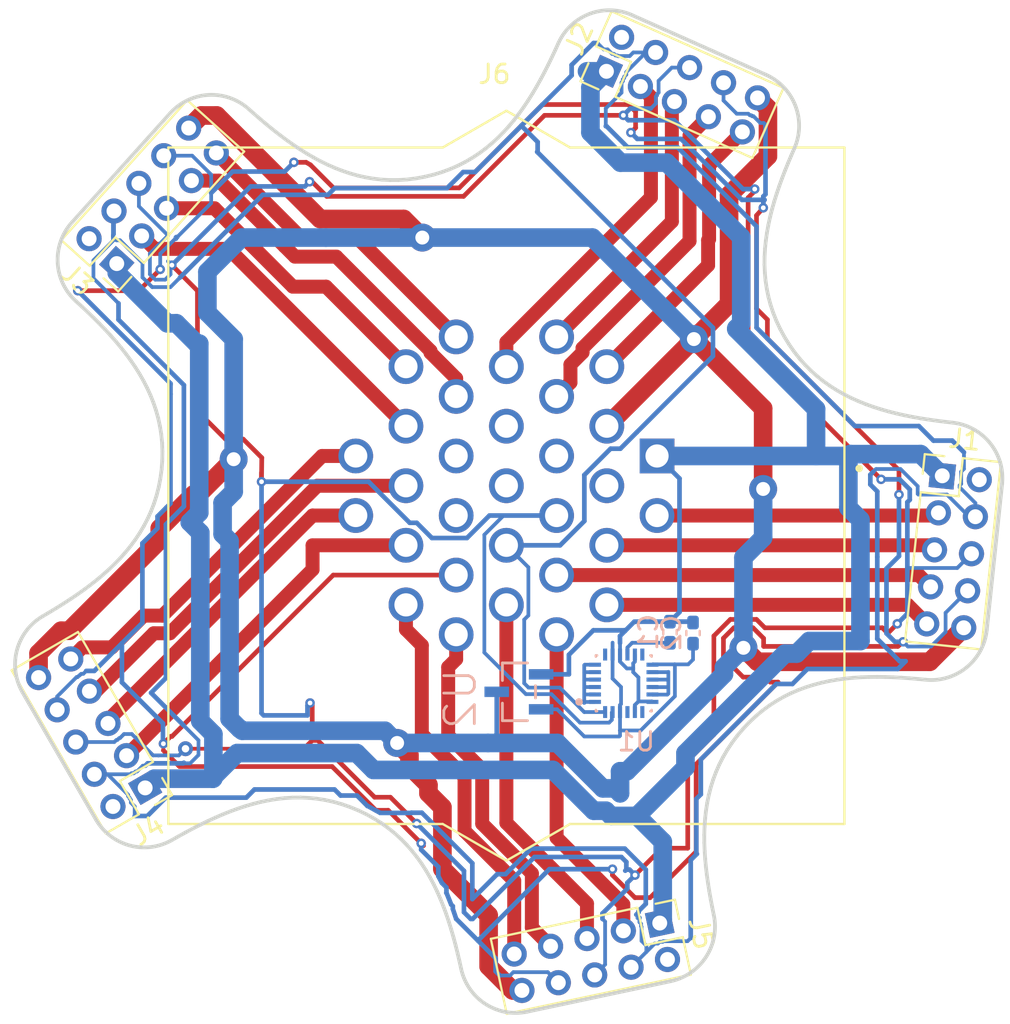
<source format=kicad_pcb>
(kicad_pcb (version 20171130) (host pcbnew 5.1.7-a382d34a88~90~ubuntu20.04.1)

  (general
    (thickness 1.6)
    (drawings 255)
    (tracks 802)
    (zones 0)
    (modules 10)
    (nets 44)
  )

  (page A4)
  (layers
    (0 F.Cu signal)
    (31 B.Cu signal)
    (32 B.Adhes user hide)
    (33 F.Adhes user hide)
    (34 B.Paste user hide)
    (35 F.Paste user hide)
    (36 B.SilkS user hide)
    (37 F.SilkS user hide)
    (38 B.Mask user hide)
    (39 F.Mask user hide)
    (40 Dwgs.User user hide)
    (41 Cmts.User user hide)
    (42 Eco1.User user hide)
    (43 Eco2.User user hide)
    (44 Edge.Cuts user)
    (45 Margin user hide)
    (46 B.CrtYd user hide)
    (47 F.CrtYd user hide)
    (48 B.Fab user hide)
    (49 F.Fab user hide)
  )

  (setup
    (last_trace_width 0.25)
    (user_trace_width 0.2)
    (user_trace_width 0.25)
    (user_trace_width 0.5)
    (user_trace_width 0.75)
    (user_trace_width 1)
    (trace_clearance 0.15)
    (zone_clearance 0.508)
    (zone_45_only no)
    (trace_min 0.2)
    (via_size 0.8)
    (via_drill 0.4)
    (via_min_size 0.5)
    (via_min_drill 0.254)
    (user_via 0.508 0.254)
    (user_via 1 0.5)
    (user_via 1.5 0.75)
    (uvia_size 0.3)
    (uvia_drill 0.1)
    (uvias_allowed no)
    (uvia_min_size 0.2)
    (uvia_min_drill 0.1)
    (edge_width 0.05)
    (segment_width 0.2)
    (pcb_text_width 0.3)
    (pcb_text_size 1.5 1.5)
    (mod_edge_width 0.12)
    (mod_text_size 1 1)
    (mod_text_width 0.15)
    (pad_size 2.7 2.7)
    (pad_drill 2)
    (pad_to_mask_clearance 0.05)
    (aux_axis_origin 0 0)
    (visible_elements FFF9FF1F)
    (pcbplotparams
      (layerselection 0x010fc_ffffffff)
      (usegerberextensions false)
      (usegerberattributes true)
      (usegerberadvancedattributes true)
      (creategerberjobfile true)
      (excludeedgelayer true)
      (linewidth 0.100000)
      (plotframeref false)
      (viasonmask false)
      (mode 1)
      (useauxorigin false)
      (hpglpennumber 1)
      (hpglpenspeed 20)
      (hpglpendiameter 15.000000)
      (psnegative false)
      (psa4output false)
      (plotreference true)
      (plotvalue true)
      (plotinvisibletext false)
      (padsonsilk false)
      (subtractmaskfromsilk false)
      (outputformat 1)
      (mirror false)
      (drillshape 1)
      (scaleselection 1)
      (outputdirectory ""))
  )

  (net 0 "")
  (net 1 GND)
  (net 2 /+3V)
  (net 3 +8V)
  (net 4 /SMA1_SIG)
  (net 5 /SMA2_SIG)
  (net 6 /SMA3_SIG)
  (net 7 /SMA4_SIG)
  (net 8 /SMA5_SIG)
  (net 9 /SMA6_SIG)
  (net 10 /SMA7_SIG)
  (net 11 /SMA8_SIG)
  (net 12 /SMA9_SIG)
  (net 13 /SMA10_SIG)
  (net 14 /SMA11_SIG)
  (net 15 /SMA12_SIG)
  (net 16 /SMA13_SIG)
  (net 17 /SMA14_SIG)
  (net 18 /SMA15_SIG)
  (net 19 /SMA16_SIG)
  (net 20 /SMA17_SIG)
  (net 21 /SMA18_SIG)
  (net 22 /SMA19_SIG)
  (net 23 /SMA20_SIG)
  (net 24 /SCL)
  (net 25 /SDA)
  (net 26 "Net-(J1-Pad2)")
  (net 27 "Net-(J2-Pad2)")
  (net 28 "Net-(J3-Pad2)")
  (net 29 "Net-(J4-Pad2)")
  (net 30 "Net-(J5-Pad2)")
  (net 31 "Net-(C1-Pad2)")
  (net 32 "Net-(C2-Pad2)")
  (net 33 "Net-(J6-Pad22)")
  (net 34 "Net-(J6-Pad21)")
  (net 35 "Net-(J6-Pad16)")
  (net 36 "Net-(J6-Pad15)")
  (net 37 "Net-(J6-Pad10)")
  (net 38 "Net-(J6-Pad5)")
  (net 39 "Net-(U1-Pad21)")
  (net 40 "Net-(U1-Pad19)")
  (net 41 "Net-(U1-Pad1)")
  (net 42 "Net-(U1-Pad12)")
  (net 43 "Net-(U1-Pad7)")

  (net_class Default "This is the default net class."
    (clearance 0.15)
    (trace_width 0.25)
    (via_dia 0.8)
    (via_drill 0.4)
    (uvia_dia 0.3)
    (uvia_drill 0.1)
    (add_net +8V)
    (add_net /+3V)
    (add_net /SCL)
    (add_net /SDA)
    (add_net /SMA10_SIG)
    (add_net /SMA11_SIG)
    (add_net /SMA12_SIG)
    (add_net /SMA13_SIG)
    (add_net /SMA14_SIG)
    (add_net /SMA15_SIG)
    (add_net /SMA16_SIG)
    (add_net /SMA17_SIG)
    (add_net /SMA18_SIG)
    (add_net /SMA19_SIG)
    (add_net /SMA1_SIG)
    (add_net /SMA20_SIG)
    (add_net /SMA2_SIG)
    (add_net /SMA3_SIG)
    (add_net /SMA4_SIG)
    (add_net /SMA5_SIG)
    (add_net /SMA6_SIG)
    (add_net /SMA7_SIG)
    (add_net /SMA8_SIG)
    (add_net /SMA9_SIG)
    (add_net GND)
    (add_net "Net-(C1-Pad2)")
    (add_net "Net-(C2-Pad2)")
    (add_net "Net-(J1-Pad2)")
    (add_net "Net-(J2-Pad2)")
    (add_net "Net-(J3-Pad2)")
    (add_net "Net-(J4-Pad2)")
    (add_net "Net-(J5-Pad2)")
    (add_net "Net-(J6-Pad10)")
    (add_net "Net-(J6-Pad15)")
    (add_net "Net-(J6-Pad16)")
    (add_net "Net-(J6-Pad21)")
    (add_net "Net-(J6-Pad22)")
    (add_net "Net-(J6-Pad5)")
    (add_net "Net-(U1-Pad1)")
    (add_net "Net-(U1-Pad12)")
    (add_net "Net-(U1-Pad19)")
    (add_net "Net-(U1-Pad21)")
    (add_net "Net-(U1-Pad7)")
  )

  (module MCP1703T-1802E_CB:SOT95P255X145-3N (layer B.Cu) (tedit 6179CCAC) (tstamp 62046D34)
    (at 110.12678 119.61622 270)
    (path /6204B6D8)
    (fp_text reference U2 (at 0.381245 3.151645 90) (layer B.SilkS)
      (effects (font (size 1.641063 1.641063) (thickness 0.15)) (justify mirror))
    )
    (fp_text value MCP1703T-1802E_CB (at 10.93662 -3.255565 90) (layer B.Fab)
      (effects (font (size 1.642197 1.642197) (thickness 0.15)) (justify mirror))
    )
    (fp_line (start -1.5494 0.889) (end -1.5494 -0.4572) (layer B.SilkS) (width 0.1524))
    (fp_line (start 1.5494 0.889) (end 0.6096 0.889) (layer B.SilkS) (width 0.1524))
    (fp_line (start 1.5494 -0.4572) (end 1.5494 0.889) (layer B.SilkS) (width 0.1524))
    (fp_line (start -0.3302 -0.889) (end 0.3302 -0.889) (layer B.SilkS) (width 0.1524))
    (fp_line (start -0.6096 0.889) (end -1.5494 0.889) (layer B.SilkS) (width 0.1524))
    (fp_line (start -1.5494 0.889) (end -1.5494 -0.889) (layer B.Fab) (width 0.1524))
    (fp_line (start 1.5494 0.889) (end -1.5494 0.889) (layer B.Fab) (width 0.1524))
    (fp_line (start 1.5494 -0.889) (end 1.5494 0.889) (layer B.Fab) (width 0.1524))
    (fp_line (start -1.5494 -0.889) (end 1.5494 -0.889) (layer B.Fab) (width 0.1524))
    (fp_line (start -0.254 1.4986) (end -0.254 0.889) (layer B.Fab) (width 0.1524))
    (fp_line (start 0.254 1.4986) (end -0.254 1.4986) (layer B.Fab) (width 0.1524))
    (fp_line (start 0.254 0.889) (end 0.254 1.4986) (layer B.Fab) (width 0.1524))
    (fp_line (start -0.254 0.889) (end 0.254 0.889) (layer B.Fab) (width 0.1524))
    (fp_line (start 1.1938 -1.4986) (end 1.1938 -0.889) (layer B.Fab) (width 0.1524))
    (fp_line (start 0.6858 -1.4986) (end 1.1938 -1.4986) (layer B.Fab) (width 0.1524))
    (fp_line (start 0.6858 -0.889) (end 0.6858 -1.4986) (layer B.Fab) (width 0.1524))
    (fp_line (start 1.1938 -0.889) (end 0.6858 -0.889) (layer B.Fab) (width 0.1524))
    (fp_line (start -0.6858 -1.4986) (end -0.6858 -0.889) (layer B.Fab) (width 0.1524))
    (fp_line (start -1.1938 -1.4986) (end -0.6858 -1.4986) (layer B.Fab) (width 0.1524))
    (fp_line (start -1.1938 -0.889) (end -1.1938 -1.4986) (layer B.Fab) (width 0.1524))
    (fp_line (start -0.6858 -0.889) (end -1.1938 -0.889) (layer B.Fab) (width 0.1524))
    (pad 3 smd rect (at 0 1.1938 270) (size 0.5588 1.3208) (layers B.Cu B.Paste B.Mask)
      (net 3 +8V))
    (pad 2 smd rect (at 0.9398 -1.1938 270) (size 0.5588 1.3208) (layers B.Cu B.Paste B.Mask)
      (net 32 "Net-(C2-Pad2)"))
    (pad 1 smd rect (at -0.9398 -1.1938 270) (size 0.5588 1.3208) (layers B.Cu B.Paste B.Mask)
      (net 1 GND))
  )

  (module ICM-20948:QFN40P300X300X105-24N (layer B.Cu) (tedit 6179D13D) (tstamp 62046D18)
    (at 115.7605 119.15902)
    (path /62048933)
    (fp_text reference U1 (at 0.675 3.135) (layer B.SilkS)
      (effects (font (size 1 1) (thickness 0.15)) (justify mirror))
    )
    (fp_text value ICM-20948 (at 10.835 -3.135) (layer B.Fab)
      (effects (font (size 1 1) (thickness 0.15)) (justify mirror))
    )
    (fp_line (start 1.5 1.5) (end 1.43 1.5) (layer B.SilkS) (width 0.127))
    (fp_line (start 1.5 1.43) (end 1.5 1.5) (layer B.SilkS) (width 0.127))
    (fp_line (start 1.5 -1.5) (end 1.5 -1.43) (layer B.SilkS) (width 0.127))
    (fp_line (start 1.43 -1.5) (end 1.5 -1.5) (layer B.SilkS) (width 0.127))
    (fp_line (start -1.5 -1.5) (end -1.43 -1.5) (layer B.SilkS) (width 0.127))
    (fp_line (start -1.5 -1.43) (end -1.5 -1.5) (layer B.SilkS) (width 0.127))
    (fp_poly (pts (xy -0.85 0.77) (xy 0.85 0.77) (xy 0.85 -0.77) (xy -0.85 -0.77)) (layer Dwgs.User) (width 0.01))
    (fp_poly (pts (xy -0.85 0.77) (xy 0.85 0.77) (xy 0.85 -0.77) (xy -0.85 -0.77)) (layer Dwgs.User) (width 0.01))
    (fp_circle (center -2.4 1) (end -2.3 1) (layer B.Fab) (width 0.2))
    (fp_circle (center -2.4 1) (end -2.3 1) (layer B.SilkS) (width 0.2))
    (fp_line (start -2.115 -2.115) (end -2.115 2.115) (layer B.CrtYd) (width 0.05))
    (fp_line (start 2.115 -2.115) (end -2.115 -2.115) (layer B.CrtYd) (width 0.05))
    (fp_line (start 2.115 2.115) (end 2.115 -2.115) (layer B.CrtYd) (width 0.05))
    (fp_line (start -2.115 2.115) (end 2.115 2.115) (layer B.CrtYd) (width 0.05))
    (fp_line (start -1.5 1.5) (end -1.5 1.43) (layer B.SilkS) (width 0.127))
    (fp_line (start -1.43 1.5) (end -1.5 1.5) (layer B.SilkS) (width 0.127))
    (fp_line (start -1.5 -1.5) (end -1.5 1.5) (layer B.Fab) (width 0.127))
    (fp_line (start 1.5 -1.5) (end -1.5 -1.5) (layer B.Fab) (width 0.127))
    (fp_line (start 1.5 1.5) (end 1.5 -1.5) (layer B.Fab) (width 0.127))
    (fp_line (start -1.5 1.5) (end 1.5 1.5) (layer B.Fab) (width 0.127))
    (pad 24 smd roundrect (at -1 1.545) (size 0.22 0.64) (layers B.Cu B.Paste B.Mask) (roundrect_rratio 0.03)
      (net 25 /SDA))
    (pad 23 smd roundrect (at -0.6 1.545) (size 0.22 0.64) (layers B.Cu B.Paste B.Mask) (roundrect_rratio 0.03)
      (net 24 /SCL))
    (pad 22 smd roundrect (at -0.2 1.545) (size 0.22 0.64) (layers B.Cu B.Paste B.Mask) (roundrect_rratio 0.03)
      (net 32 "Net-(C2-Pad2)"))
    (pad 21 smd roundrect (at 0.2 1.545) (size 0.22 0.64) (layers B.Cu B.Paste B.Mask) (roundrect_rratio 0.03)
      (net 39 "Net-(U1-Pad21)"))
    (pad 20 smd roundrect (at 0.6 1.545) (size 0.22 0.64) (layers B.Cu B.Paste B.Mask) (roundrect_rratio 0.03)
      (net 1 GND))
    (pad 19 smd roundrect (at 1 1.545) (size 0.22 0.64) (layers B.Cu B.Paste B.Mask) (roundrect_rratio 0.03)
      (net 40 "Net-(U1-Pad19)"))
    (pad 18 smd roundrect (at 1.545 1) (size 0.64 0.22) (layers B.Cu B.Paste B.Mask) (roundrect_rratio 0.03)
      (net 1 GND))
    (pad 17 smd roundrect (at 1.545 0.6) (size 0.64 0.22) (layers B.Cu B.Paste B.Mask) (roundrect_rratio 0.03)
      (net 41 "Net-(U1-Pad1)"))
    (pad 16 smd roundrect (at 1.545 0.2) (size 0.64 0.22) (layers B.Cu B.Paste B.Mask) (roundrect_rratio 0.03)
      (net 41 "Net-(U1-Pad1)"))
    (pad 15 smd roundrect (at 1.545 -0.2) (size 0.64 0.22) (layers B.Cu B.Paste B.Mask) (roundrect_rratio 0.03)
      (net 41 "Net-(U1-Pad1)"))
    (pad 14 smd roundrect (at 1.545 -0.6) (size 0.64 0.22) (layers B.Cu B.Paste B.Mask) (roundrect_rratio 0.03)
      (net 41 "Net-(U1-Pad1)"))
    (pad 13 smd roundrect (at 1.545 -1) (size 0.64 0.22) (layers B.Cu B.Paste B.Mask) (roundrect_rratio 0.03)
      (net 32 "Net-(C2-Pad2)"))
    (pad 12 smd roundrect (at 1 -1.545) (size 0.22 0.64) (layers B.Cu B.Paste B.Mask) (roundrect_rratio 0.03)
      (net 42 "Net-(U1-Pad12)"))
    (pad 11 smd roundrect (at 0.6 -1.545) (size 0.22 0.64) (layers B.Cu B.Paste B.Mask) (roundrect_rratio 0.03)
      (net 1 GND))
    (pad 10 smd roundrect (at 0.2 -1.545) (size 0.22 0.64) (layers B.Cu B.Paste B.Mask) (roundrect_rratio 0.03)
      (net 31 "Net-(C1-Pad2)"))
    (pad 9 smd roundrect (at -0.2 -1.545) (size 0.22 0.64) (layers B.Cu B.Paste B.Mask) (roundrect_rratio 0.03)
      (net 1 GND))
    (pad 8 smd roundrect (at -0.6 -1.545) (size 0.22 0.64) (layers B.Cu B.Paste B.Mask) (roundrect_rratio 0.03)
      (net 32 "Net-(C2-Pad2)"))
    (pad 7 smd roundrect (at -1 -1.545) (size 0.22 0.64) (layers B.Cu B.Paste B.Mask) (roundrect_rratio 0.03)
      (net 43 "Net-(U1-Pad7)"))
    (pad 6 smd roundrect (at -1.545 -1) (size 0.64 0.22) (layers B.Cu B.Paste B.Mask) (roundrect_rratio 0.03)
      (net 41 "Net-(U1-Pad1)"))
    (pad 5 smd roundrect (at -1.545 -0.6) (size 0.64 0.22) (layers B.Cu B.Paste B.Mask) (roundrect_rratio 0.03)
      (net 41 "Net-(U1-Pad1)"))
    (pad 4 smd roundrect (at -1.545 -0.2) (size 0.64 0.22) (layers B.Cu B.Paste B.Mask) (roundrect_rratio 0.03)
      (net 41 "Net-(U1-Pad1)"))
    (pad 3 smd roundrect (at -1.545 0.2) (size 0.64 0.22) (layers B.Cu B.Paste B.Mask) (roundrect_rratio 0.03)
      (net 41 "Net-(U1-Pad1)"))
    (pad 2 smd roundrect (at -1.545 0.6) (size 0.64 0.22) (layers B.Cu B.Paste B.Mask) (roundrect_rratio 0.03)
      (net 41 "Net-(U1-Pad1)"))
    (pad 1 smd roundrect (at -1.545 1) (size 0.64 0.22) (layers B.Cu B.Paste B.Mask) (roundrect_rratio 0.03)
      (net 41 "Net-(U1-Pad1)"))
  )

  (module 24291-31PG-300:SWITCHCRAFT_24291-31PG-300 (layer F.Cu) (tedit 61F9B0E6) (tstamp 62046CE8)
    (at 109.45114 108.54436)
    (path /620442D6)
    (fp_text reference J6 (at -0.645 -22.115) (layer F.SilkS)
      (effects (font (size 1 1) (thickness 0.15)))
    )
    (fp_text value Conn_01x31 (at 13.69 22.045) (layer F.Fab)
      (effects (font (size 1 1) (thickness 0.15)))
    )
    (fp_line (start -18.425 18.425) (end -18.425 -18.425) (layer F.CrtYd) (width 0.05))
    (fp_line (start -3.5 18.425) (end -18.425 18.425) (layer F.CrtYd) (width 0.05))
    (fp_line (start 0 20.4) (end -3.5 18.425) (layer F.CrtYd) (width 0.05))
    (fp_line (start 3.5 18.425) (end 0 20.4) (layer F.CrtYd) (width 0.05))
    (fp_line (start 18.425 18.425) (end 3.5 18.425) (layer F.CrtYd) (width 0.05))
    (fp_line (start 18.425 -18.425) (end 18.425 18.425) (layer F.CrtYd) (width 0.05))
    (fp_line (start 3.5 -18.425) (end 18.425 -18.425) (layer F.CrtYd) (width 0.05))
    (fp_line (start 0 -20.4) (end 3.5 -18.425) (layer F.CrtYd) (width 0.05))
    (fp_line (start -3.5 -18.425) (end 0 -20.4) (layer F.CrtYd) (width 0.05))
    (fp_line (start -18.425 -18.425) (end -3.5 -18.425) (layer F.CrtYd) (width 0.05))
    (fp_line (start -18.175 18.175) (end -3.43 18.175) (layer F.SilkS) (width 0.127))
    (fp_line (start -18.18 -18.175) (end -18.175 18.175) (layer F.SilkS) (width 0.127))
    (fp_line (start 0 20.145) (end -3.42 18.175) (layer F.SilkS) (width 0.127))
    (fp_line (start 3.42 18.175) (end 0 20.145) (layer F.SilkS) (width 0.127))
    (fp_line (start 18.175 18.175) (end 3.42 18.175) (layer F.SilkS) (width 0.127))
    (fp_line (start 18.175 -18.175) (end 18.175 18.175) (layer F.SilkS) (width 0.127))
    (fp_line (start 3.42 -18.175) (end 18.175 -18.175) (layer F.SilkS) (width 0.127))
    (fp_line (start 0 -20.15) (end 3.42 -18.175) (layer F.SilkS) (width 0.127))
    (fp_line (start -3.42 -18.175) (end 0 -20.15) (layer F.SilkS) (width 0.127))
    (fp_line (start -18.18 -18.175) (end -3.42 -18.175) (layer F.SilkS) (width 0.127))
    (fp_line (start -18.175 18.175) (end -18.175 -18.175) (layer F.Fab) (width 0.127))
    (fp_line (start 18.175 18.175) (end -18.175 18.175) (layer F.Fab) (width 0.127))
    (fp_line (start 18.175 -18.175) (end 18.175 18.175) (layer F.Fab) (width 0.127))
    (fp_line (start -18.175 -18.175) (end 18.175 -18.175) (layer F.Fab) (width 0.127))
    (fp_line (start -17.45 -10.075) (end 0 -20.15) (layer F.Fab) (width 0.127))
    (fp_line (start -17.45 10.075) (end -17.45 -10.075) (layer F.Fab) (width 0.127))
    (fp_line (start 0 20.15) (end -17.45 10.075) (layer F.Fab) (width 0.127))
    (fp_line (start 17.45 10.075) (end 0 20.15) (layer F.Fab) (width 0.127))
    (fp_line (start 17.45 -10.075) (end 17.45 10.075) (layer F.Fab) (width 0.127))
    (fp_line (start 0 -20.15) (end 17.45 -10.075) (layer F.Fab) (width 0.127))
    (fp_circle (center 18.965 -0.93) (end 19.065 -0.93) (layer F.Fab) (width 0.2))
    (fp_circle (center 18.965 -0.93) (end 19.065 -0.93) (layer F.SilkS) (width 0.2))
    (pad 31 thru_hole circle (at -8.1 1.6) (size 1.8669 1.8669) (drill 1.2446) (layers *.Cu *.Mask)
      (net 6 /SMA3_SIG))
    (pad 30 thru_hole circle (at -8.1 -1.6) (size 1.8669 1.8669) (drill 1.2446) (layers *.Cu *.Mask)
      (net 4 /SMA1_SIG))
    (pad 29 thru_hole circle (at -5.4 6.4) (size 1.8669 1.8669) (drill 1.2446) (layers *.Cu *.Mask)
      (net 8 /SMA5_SIG))
    (pad 28 thru_hole circle (at -5.4 3.2) (size 1.8669 1.8669) (drill 1.2446) (layers *.Cu *.Mask)
      (net 7 /SMA4_SIG))
    (pad 27 thru_hole circle (at -5.4 0) (size 1.8669 1.8669) (drill 1.2446) (layers *.Cu *.Mask)
      (net 5 /SMA2_SIG))
    (pad 26 thru_hole circle (at -5.4 -3.2) (size 1.8669 1.8669) (drill 1.2446) (layers *.Cu *.Mask)
      (net 23 /SMA20_SIG))
    (pad 25 thru_hole circle (at -5.4 -6.4) (size 1.8669 1.8669) (drill 1.2446) (layers *.Cu *.Mask)
      (net 22 /SMA19_SIG))
    (pad 24 thru_hole circle (at -2.7 8) (size 1.8669 1.8669) (drill 1.2446) (layers *.Cu *.Mask)
      (net 9 /SMA6_SIG))
    (pad 23 thru_hole circle (at -2.7 4.8) (size 1.8669 1.8669) (drill 1.2446) (layers *.Cu *.Mask)
      (net 2 /+3V))
    (pad 22 thru_hole circle (at -2.7 1.6) (size 1.8669 1.8669) (drill 1.2446) (layers *.Cu *.Mask)
      (net 33 "Net-(J6-Pad22)"))
    (pad 21 thru_hole circle (at -2.7 -1.6) (size 1.8669 1.8669) (drill 1.2446) (layers *.Cu *.Mask)
      (net 34 "Net-(J6-Pad21)"))
    (pad 20 thru_hole circle (at -2.7 -4.8) (size 1.8669 1.8669) (drill 1.2446) (layers *.Cu *.Mask)
      (net 21 /SMA18_SIG))
    (pad 19 thru_hole circle (at -2.7 -8) (size 1.8669 1.8669) (drill 1.2446) (layers *.Cu *.Mask)
      (net 20 /SMA17_SIG))
    (pad 18 thru_hole circle (at 0 6.4) (size 1.8669 1.8669) (drill 1.2446) (layers *.Cu *.Mask)
      (net 10 /SMA7_SIG))
    (pad 17 thru_hole circle (at 0 3.2) (size 1.8669 1.8669) (drill 1.2446) (layers *.Cu *.Mask)
      (net 25 /SDA))
    (pad 16 thru_hole circle (at 0 0) (size 1.8669 1.8669) (drill 1.2446) (layers *.Cu *.Mask)
      (net 35 "Net-(J6-Pad16)"))
    (pad 15 thru_hole circle (at 0 -3.2) (size 1.8669 1.8669) (drill 1.2446) (layers *.Cu *.Mask)
      (net 36 "Net-(J6-Pad15)"))
    (pad 14 thru_hole circle (at 0 -6.4) (size 1.8669 1.8669) (drill 1.2446) (layers *.Cu *.Mask)
      (net 19 /SMA16_SIG))
    (pad 13 thru_hole circle (at 2.7 8) (size 1.8669 1.8669) (drill 1.2446) (layers *.Cu *.Mask)
      (net 11 /SMA8_SIG))
    (pad 12 thru_hole circle (at 2.7 4.8) (size 1.8669 1.8669) (drill 1.2446) (layers *.Cu *.Mask)
      (net 13 /SMA10_SIG))
    (pad 11 thru_hole circle (at 2.7 1.6) (size 1.8669 1.8669) (drill 1.2446) (layers *.Cu *.Mask)
      (net 24 /SCL))
    (pad 10 thru_hole circle (at 2.7 -1.6) (size 1.8669 1.8669) (drill 1.2446) (layers *.Cu *.Mask)
      (net 37 "Net-(J6-Pad10)"))
    (pad 9 thru_hole circle (at 2.7 -4.8) (size 1.8669 1.8669) (drill 1.2446) (layers *.Cu *.Mask)
      (net 17 /SMA14_SIG))
    (pad 8 thru_hole circle (at 2.7 -8) (size 1.8669 1.8669) (drill 1.2446) (layers *.Cu *.Mask)
      (net 18 /SMA15_SIG))
    (pad 7 thru_hole circle (at 5.4 6.4) (size 1.8669 1.8669) (drill 1.2446) (layers *.Cu *.Mask)
      (net 12 /SMA9_SIG))
    (pad 6 thru_hole circle (at 5.4 3.2) (size 1.8669 1.8669) (drill 1.2446) (layers *.Cu *.Mask)
      (net 14 /SMA11_SIG))
    (pad 5 thru_hole circle (at 5.4 0) (size 1.8669 1.8669) (drill 1.2446) (layers *.Cu *.Mask)
      (net 38 "Net-(J6-Pad5)"))
    (pad 4 thru_hole circle (at 5.4 -3.2) (size 1.8669 1.8669) (drill 1.2446) (layers *.Cu *.Mask)
      (net 3 +8V))
    (pad 3 thru_hole circle (at 5.4 -6.4) (size 1.8669 1.8669) (drill 1.2446) (layers *.Cu *.Mask)
      (net 16 /SMA13_SIG))
    (pad 2 thru_hole circle (at 8.1 1.6) (size 1.8669 1.8669) (drill 1.2446) (layers *.Cu *.Mask)
      (net 15 /SMA12_SIG))
    (pad 1 thru_hole rect (at 8.1 -1.6) (size 1.8669 1.8669) (drill 1.2446) (layers *.Cu *.Mask)
      (net 1 GND))
  )

  (module Capacitor_SMD:C_0402_1005Metric_Pad0.74x0.62mm_HandSolder (layer B.Cu) (tedit 5F6BB22C) (tstamp 62046B6F)
    (at 119.48668 116.46008 270)
    (descr "Capacitor SMD 0402 (1005 Metric), square (rectangular) end terminal, IPC_7351 nominal with elongated pad for handsoldering. (Body size source: IPC-SM-782 page 76, https://www.pcb-3d.com/wordpress/wp-content/uploads/ipc-sm-782a_amendment_1_and_2.pdf), generated with kicad-footprint-generator")
    (tags "capacitor handsolder")
    (path /62061829)
    (attr smd)
    (fp_text reference C2 (at 0 1.16 90) (layer B.SilkS)
      (effects (font (size 1 1) (thickness 0.15)) (justify mirror))
    )
    (fp_text value C (at 0 -1.16 90) (layer B.Fab)
      (effects (font (size 1 1) (thickness 0.15)) (justify mirror))
    )
    (fp_line (start 1.08 -0.46) (end -1.08 -0.46) (layer B.CrtYd) (width 0.05))
    (fp_line (start 1.08 0.46) (end 1.08 -0.46) (layer B.CrtYd) (width 0.05))
    (fp_line (start -1.08 0.46) (end 1.08 0.46) (layer B.CrtYd) (width 0.05))
    (fp_line (start -1.08 -0.46) (end -1.08 0.46) (layer B.CrtYd) (width 0.05))
    (fp_line (start -0.115835 -0.36) (end 0.115835 -0.36) (layer B.SilkS) (width 0.12))
    (fp_line (start -0.115835 0.36) (end 0.115835 0.36) (layer B.SilkS) (width 0.12))
    (fp_line (start 0.5 -0.25) (end -0.5 -0.25) (layer B.Fab) (width 0.1))
    (fp_line (start 0.5 0.25) (end 0.5 -0.25) (layer B.Fab) (width 0.1))
    (fp_line (start -0.5 0.25) (end 0.5 0.25) (layer B.Fab) (width 0.1))
    (fp_line (start -0.5 -0.25) (end -0.5 0.25) (layer B.Fab) (width 0.1))
    (fp_text user %R (at 0 0 90) (layer B.Fab)
      (effects (font (size 0.25 0.25) (thickness 0.04)) (justify mirror))
    )
    (pad 2 smd roundrect (at 0.5675 0 270) (size 0.735 0.62) (layers B.Cu B.Paste B.Mask) (roundrect_rratio 0.25)
      (net 32 "Net-(C2-Pad2)"))
    (pad 1 smd roundrect (at -0.5675 0 270) (size 0.735 0.62) (layers B.Cu B.Paste B.Mask) (roundrect_rratio 0.25)
      (net 1 GND))
    (model ${KISYS3DMOD}/Capacitor_SMD.3dshapes/C_0402_1005Metric.wrl
      (at (xyz 0 0 0))
      (scale (xyz 1 1 1))
      (rotate (xyz 0 0 0))
    )
  )

  (module Capacitor_SMD:C_0402_1005Metric_Pad0.74x0.62mm_HandSolder (layer B.Cu) (tedit 5F6BB22C) (tstamp 62046B5E)
    (at 118.24716 116.41436 270)
    (descr "Capacitor SMD 0402 (1005 Metric), square (rectangular) end terminal, IPC_7351 nominal with elongated pad for handsoldering. (Body size source: IPC-SM-782 page 76, https://www.pcb-3d.com/wordpress/wp-content/uploads/ipc-sm-782a_amendment_1_and_2.pdf), generated with kicad-footprint-generator")
    (tags "capacitor handsolder")
    (path /6205DE4C)
    (attr smd)
    (fp_text reference C1 (at 0 1.16 90) (layer B.SilkS)
      (effects (font (size 1 1) (thickness 0.15)) (justify mirror))
    )
    (fp_text value C (at 0 -1.16 90) (layer B.Fab)
      (effects (font (size 1 1) (thickness 0.15)) (justify mirror))
    )
    (fp_line (start 1.08 -0.46) (end -1.08 -0.46) (layer B.CrtYd) (width 0.05))
    (fp_line (start 1.08 0.46) (end 1.08 -0.46) (layer B.CrtYd) (width 0.05))
    (fp_line (start -1.08 0.46) (end 1.08 0.46) (layer B.CrtYd) (width 0.05))
    (fp_line (start -1.08 -0.46) (end -1.08 0.46) (layer B.CrtYd) (width 0.05))
    (fp_line (start -0.115835 -0.36) (end 0.115835 -0.36) (layer B.SilkS) (width 0.12))
    (fp_line (start -0.115835 0.36) (end 0.115835 0.36) (layer B.SilkS) (width 0.12))
    (fp_line (start 0.5 -0.25) (end -0.5 -0.25) (layer B.Fab) (width 0.1))
    (fp_line (start 0.5 0.25) (end 0.5 -0.25) (layer B.Fab) (width 0.1))
    (fp_line (start -0.5 0.25) (end 0.5 0.25) (layer B.Fab) (width 0.1))
    (fp_line (start -0.5 -0.25) (end -0.5 0.25) (layer B.Fab) (width 0.1))
    (fp_text user %R (at 0 0 90) (layer B.Fab)
      (effects (font (size 0.25 0.25) (thickness 0.04)) (justify mirror))
    )
    (pad 2 smd roundrect (at 0.5675 0 270) (size 0.735 0.62) (layers B.Cu B.Paste B.Mask) (roundrect_rratio 0.25)
      (net 31 "Net-(C1-Pad2)"))
    (pad 1 smd roundrect (at -0.5675 0 270) (size 0.735 0.62) (layers B.Cu B.Paste B.Mask) (roundrect_rratio 0.25)
      (net 1 GND))
    (model ${KISYS3DMOD}/Capacitor_SMD.3dshapes/C_0402_1005Metric.wrl
      (at (xyz 0 0 0))
      (scale (xyz 1 1 1))
      (rotate (xyz 0 0 0))
    )
  )

  (module Connector_PinHeader_2.00mm:PinHeader_2x05_P2.00mm_Vertical (layer F.Cu) (tedit 59FED667) (tstamp 604721FD)
    (at 90.030071 124.77826 210)
    (descr "Through hole straight pin header, 2x05, 2.00mm pitch, double rows")
    (tags "Through hole pin header THT 2x05 2.00mm double row")
    (path /60488DE7)
    (fp_text reference J4 (at 1 -2.06 30) (layer F.SilkS)
      (effects (font (size 1 1) (thickness 0.15)))
    )
    (fp_text value Conn_02x05_Counter_Clockwise (at 1 10.06 30) (layer F.Fab)
      (effects (font (size 1 1) (thickness 0.15)))
    )
    (fp_line (start 3.5 -1.5) (end -1.5 -1.5) (layer F.CrtYd) (width 0.05))
    (fp_line (start 3.5 9.5) (end 3.5 -1.5) (layer F.CrtYd) (width 0.05))
    (fp_line (start -1.5 9.5) (end 3.5 9.5) (layer F.CrtYd) (width 0.05))
    (fp_line (start -1.5 -1.5) (end -1.5 9.5) (layer F.CrtYd) (width 0.05))
    (fp_line (start -1.06 -1.06) (end 0 -1.06) (layer F.SilkS) (width 0.12))
    (fp_line (start -1.06 0) (end -1.06 -1.06) (layer F.SilkS) (width 0.12))
    (fp_line (start 1 -1.06) (end 3.06 -1.06) (layer F.SilkS) (width 0.12))
    (fp_line (start 1 1) (end 1 -1.06) (layer F.SilkS) (width 0.12))
    (fp_line (start -1.06 1) (end 1 1) (layer F.SilkS) (width 0.12))
    (fp_line (start 3.06 -1.06) (end 3.06 9.06) (layer F.SilkS) (width 0.12))
    (fp_line (start -1.06 1) (end -1.06 9.06) (layer F.SilkS) (width 0.12))
    (fp_line (start -1.06 9.06) (end 3.06 9.06) (layer F.SilkS) (width 0.12))
    (fp_line (start -1 0) (end 0 -1) (layer F.Fab) (width 0.1))
    (fp_line (start -1 9) (end -1 0) (layer F.Fab) (width 0.1))
    (fp_line (start 3 9) (end -1 9) (layer F.Fab) (width 0.1))
    (fp_line (start 3 -1) (end 3 9) (layer F.Fab) (width 0.1))
    (fp_line (start 0 -1) (end 3 -1) (layer F.Fab) (width 0.1))
    (fp_text user %R (at 1 4 120) (layer F.Fab)
      (effects (font (size 1 1) (thickness 0.15)))
    )
    (pad 10 thru_hole oval (at 2 8 210) (size 1.35 1.35) (drill 0.8) (layers *.Cu *.Mask)
      (net 3 +8V))
    (pad 9 thru_hole oval (at 0 8 210) (size 1.35 1.35) (drill 0.8) (layers *.Cu *.Mask)
      (net 4 /SMA1_SIG))
    (pad 8 thru_hole oval (at 2 6 210) (size 1.35 1.35) (drill 0.8) (layers *.Cu *.Mask)
      (net 2 /+3V))
    (pad 7 thru_hole oval (at 0 6 210) (size 1.35 1.35) (drill 0.8) (layers *.Cu *.Mask)
      (net 5 /SMA2_SIG))
    (pad 6 thru_hole oval (at 2 4 210) (size 1.35 1.35) (drill 0.8) (layers *.Cu *.Mask)
      (net 24 /SCL))
    (pad 5 thru_hole oval (at 0 4 210) (size 1.35 1.35) (drill 0.8) (layers *.Cu *.Mask)
      (net 6 /SMA3_SIG))
    (pad 4 thru_hole oval (at 2 2 210) (size 1.35 1.35) (drill 0.8) (layers *.Cu *.Mask)
      (net 25 /SDA))
    (pad 3 thru_hole oval (at 0 2 210) (size 1.35 1.35) (drill 0.8) (layers *.Cu *.Mask)
      (net 7 /SMA4_SIG))
    (pad 2 thru_hole oval (at 2 0 210) (size 1.35 1.35) (drill 0.8) (layers *.Cu *.Mask)
      (net 29 "Net-(J4-Pad2)"))
    (pad 1 thru_hole rect (at 0 0 210) (size 1.35 1.35) (drill 0.8) (layers *.Cu *.Mask)
      (net 1 GND))
    (model ${KISYS3DMOD}/Connector_PinHeader_2.00mm.3dshapes/PinHeader_2x05_P2.00mm_Vertical.wrl
      (at (xyz 0 0 0))
      (scale (xyz 1 1 1))
      (rotate (xyz 0 0 0))
    )
  )

  (module Connector_PinHeader_2.00mm:PinHeader_2x05_P2.00mm_Vertical (layer F.Cu) (tedit 59FED667) (tstamp 604721BD)
    (at 114.831896 86.276338 66)
    (descr "Through hole straight pin header, 2x05, 2.00mm pitch, double rows")
    (tags "Through hole pin header THT 2x05 2.00mm double row")
    (path /60487128)
    (fp_text reference J2 (at 1 -2.06 66) (layer F.SilkS)
      (effects (font (size 1 1) (thickness 0.15)))
    )
    (fp_text value Conn_02x05_Counter_Clockwise (at 1 10.06 66) (layer F.Fab)
      (effects (font (size 1 1) (thickness 0.15)))
    )
    (fp_line (start 3.5 -1.5) (end -1.5 -1.5) (layer F.CrtYd) (width 0.05))
    (fp_line (start 3.5 9.5) (end 3.5 -1.5) (layer F.CrtYd) (width 0.05))
    (fp_line (start -1.5 9.5) (end 3.5 9.5) (layer F.CrtYd) (width 0.05))
    (fp_line (start -1.5 -1.5) (end -1.5 9.5) (layer F.CrtYd) (width 0.05))
    (fp_line (start -1.06 -1.06) (end 0 -1.06) (layer F.SilkS) (width 0.12))
    (fp_line (start -1.06 0) (end -1.06 -1.06) (layer F.SilkS) (width 0.12))
    (fp_line (start 1 -1.06) (end 3.06 -1.06) (layer F.SilkS) (width 0.12))
    (fp_line (start 1 1) (end 1 -1.06) (layer F.SilkS) (width 0.12))
    (fp_line (start -1.06 1) (end 1 1) (layer F.SilkS) (width 0.12))
    (fp_line (start 3.06 -1.06) (end 3.06 9.06) (layer F.SilkS) (width 0.12))
    (fp_line (start -1.06 1) (end -1.06 9.06) (layer F.SilkS) (width 0.12))
    (fp_line (start -1.06 9.06) (end 3.06 9.06) (layer F.SilkS) (width 0.12))
    (fp_line (start -1 0) (end 0 -1) (layer F.Fab) (width 0.1))
    (fp_line (start -1 9) (end -1 0) (layer F.Fab) (width 0.1))
    (fp_line (start 3 9) (end -1 9) (layer F.Fab) (width 0.1))
    (fp_line (start 3 -1) (end 3 9) (layer F.Fab) (width 0.1))
    (fp_line (start 0 -1) (end 3 -1) (layer F.Fab) (width 0.1))
    (fp_text user %R (at 1 4 156) (layer F.Fab)
      (effects (font (size 1 1) (thickness 0.15)))
    )
    (pad 10 thru_hole oval (at 2 8 66) (size 1.35 1.35) (drill 0.8) (layers *.Cu *.Mask)
      (net 3 +8V))
    (pad 9 thru_hole oval (at 0 8 66) (size 1.35 1.35) (drill 0.8) (layers *.Cu *.Mask)
      (net 16 /SMA13_SIG))
    (pad 8 thru_hole oval (at 2 6 66) (size 1.35 1.35) (drill 0.8) (layers *.Cu *.Mask)
      (net 2 /+3V))
    (pad 7 thru_hole oval (at 0 6 66) (size 1.35 1.35) (drill 0.8) (layers *.Cu *.Mask)
      (net 17 /SMA14_SIG))
    (pad 6 thru_hole oval (at 2 4 66) (size 1.35 1.35) (drill 0.8) (layers *.Cu *.Mask)
      (net 24 /SCL))
    (pad 5 thru_hole oval (at 0 4 66) (size 1.35 1.35) (drill 0.8) (layers *.Cu *.Mask)
      (net 18 /SMA15_SIG))
    (pad 4 thru_hole oval (at 2 2 66) (size 1.35 1.35) (drill 0.8) (layers *.Cu *.Mask)
      (net 25 /SDA))
    (pad 3 thru_hole oval (at 0 2 66) (size 1.35 1.35) (drill 0.8) (layers *.Cu *.Mask)
      (net 19 /SMA16_SIG))
    (pad 2 thru_hole oval (at 2 0 66) (size 1.35 1.35) (drill 0.8) (layers *.Cu *.Mask)
      (net 27 "Net-(J2-Pad2)"))
    (pad 1 thru_hole rect (at 0 0 66) (size 1.35 1.35) (drill 0.8) (layers *.Cu *.Mask)
      (net 1 GND))
    (model ${KISYS3DMOD}/Connector_PinHeader_2.00mm.3dshapes/PinHeader_2x05_P2.00mm_Vertical.wrl
      (at (xyz 0 0 0))
      (scale (xyz 1 1 1))
      (rotate (xyz 0 0 0))
    )
  )

  (module Connector_PinHeader_2.00mm:PinHeader_2x05_P2.00mm_Vertical (layer F.Cu) (tedit 59FED667) (tstamp 6047221D)
    (at 117.696717 132.041405 282)
    (descr "Through hole straight pin header, 2x05, 2.00mm pitch, double rows")
    (tags "Through hole pin header THT 2x05 2.00mm double row")
    (path /60489940)
    (fp_text reference J5 (at 1 -2.06 102) (layer F.SilkS)
      (effects (font (size 1 1) (thickness 0.15)))
    )
    (fp_text value Conn_02x05_Counter_Clockwise (at 1 10.06 102) (layer F.Fab)
      (effects (font (size 1 1) (thickness 0.15)))
    )
    (fp_line (start 3.5 -1.5) (end -1.5 -1.5) (layer F.CrtYd) (width 0.05))
    (fp_line (start 3.5 9.5) (end 3.5 -1.5) (layer F.CrtYd) (width 0.05))
    (fp_line (start -1.5 9.5) (end 3.5 9.5) (layer F.CrtYd) (width 0.05))
    (fp_line (start -1.5 -1.5) (end -1.5 9.5) (layer F.CrtYd) (width 0.05))
    (fp_line (start -1.06 -1.06) (end 0 -1.06) (layer F.SilkS) (width 0.12))
    (fp_line (start -1.06 0) (end -1.06 -1.06) (layer F.SilkS) (width 0.12))
    (fp_line (start 1 -1.06) (end 3.06 -1.06) (layer F.SilkS) (width 0.12))
    (fp_line (start 1 1) (end 1 -1.06) (layer F.SilkS) (width 0.12))
    (fp_line (start -1.06 1) (end 1 1) (layer F.SilkS) (width 0.12))
    (fp_line (start 3.06 -1.06) (end 3.06 9.06) (layer F.SilkS) (width 0.12))
    (fp_line (start -1.06 1) (end -1.06 9.06) (layer F.SilkS) (width 0.12))
    (fp_line (start -1.06 9.06) (end 3.06 9.06) (layer F.SilkS) (width 0.12))
    (fp_line (start -1 0) (end 0 -1) (layer F.Fab) (width 0.1))
    (fp_line (start -1 9) (end -1 0) (layer F.Fab) (width 0.1))
    (fp_line (start 3 9) (end -1 9) (layer F.Fab) (width 0.1))
    (fp_line (start 3 -1) (end 3 9) (layer F.Fab) (width 0.1))
    (fp_line (start 0 -1) (end 3 -1) (layer F.Fab) (width 0.1))
    (fp_text user %R (at 1 4 12) (layer F.Fab)
      (effects (font (size 1 1) (thickness 0.15)))
    )
    (pad 10 thru_hole oval (at 2 8 282) (size 1.35 1.35) (drill 0.8) (layers *.Cu *.Mask)
      (net 3 +8V))
    (pad 9 thru_hole oval (at 0 8 282) (size 1.35 1.35) (drill 0.8) (layers *.Cu *.Mask)
      (net 8 /SMA5_SIG))
    (pad 8 thru_hole oval (at 2 6 282) (size 1.35 1.35) (drill 0.8) (layers *.Cu *.Mask)
      (net 2 /+3V))
    (pad 7 thru_hole oval (at 0 6 282) (size 1.35 1.35) (drill 0.8) (layers *.Cu *.Mask)
      (net 9 /SMA6_SIG))
    (pad 6 thru_hole oval (at 2 4 282) (size 1.35 1.35) (drill 0.8) (layers *.Cu *.Mask)
      (net 24 /SCL))
    (pad 5 thru_hole oval (at 0 4 282) (size 1.35 1.35) (drill 0.8) (layers *.Cu *.Mask)
      (net 10 /SMA7_SIG))
    (pad 4 thru_hole oval (at 2 2 282) (size 1.35 1.35) (drill 0.8) (layers *.Cu *.Mask)
      (net 25 /SDA))
    (pad 3 thru_hole oval (at 0 2 282) (size 1.35 1.35) (drill 0.8) (layers *.Cu *.Mask)
      (net 11 /SMA8_SIG))
    (pad 2 thru_hole oval (at 2 0 282) (size 1.35 1.35) (drill 0.8) (layers *.Cu *.Mask)
      (net 30 "Net-(J5-Pad2)"))
    (pad 1 thru_hole rect (at 0 0 282) (size 1.35 1.35) (drill 0.8) (layers *.Cu *.Mask)
      (net 1 GND))
    (model ${KISYS3DMOD}/Connector_PinHeader_2.00mm.3dshapes/PinHeader_2x05_P2.00mm_Vertical.wrl
      (at (xyz 0 0 0))
      (scale (xyz 1 1 1))
      (rotate (xyz 0 0 0))
    )
  )

  (module Connector_PinHeader_2.00mm:PinHeader_2x05_P2.00mm_Vertical (layer F.Cu) (tedit 59FED667) (tstamp 604721DD)
    (at 88.501858 96.607139 138)
    (descr "Through hole straight pin header, 2x05, 2.00mm pitch, double rows")
    (tags "Through hole pin header THT 2x05 2.00mm double row")
    (path /604880A8)
    (fp_text reference J3 (at 1 -2.06 138) (layer F.SilkS)
      (effects (font (size 1 1) (thickness 0.15)))
    )
    (fp_text value Conn_02x05_Counter_Clockwise (at 1 10.06 138) (layer F.Fab)
      (effects (font (size 1 1) (thickness 0.15)))
    )
    (fp_line (start 3.5 -1.5) (end -1.5 -1.5) (layer F.CrtYd) (width 0.05))
    (fp_line (start 3.5 9.5) (end 3.5 -1.5) (layer F.CrtYd) (width 0.05))
    (fp_line (start -1.5 9.5) (end 3.5 9.5) (layer F.CrtYd) (width 0.05))
    (fp_line (start -1.5 -1.5) (end -1.5 9.5) (layer F.CrtYd) (width 0.05))
    (fp_line (start -1.06 -1.06) (end 0 -1.06) (layer F.SilkS) (width 0.12))
    (fp_line (start -1.06 0) (end -1.06 -1.06) (layer F.SilkS) (width 0.12))
    (fp_line (start 1 -1.06) (end 3.06 -1.06) (layer F.SilkS) (width 0.12))
    (fp_line (start 1 1) (end 1 -1.06) (layer F.SilkS) (width 0.12))
    (fp_line (start -1.06 1) (end 1 1) (layer F.SilkS) (width 0.12))
    (fp_line (start 3.06 -1.06) (end 3.06 9.06) (layer F.SilkS) (width 0.12))
    (fp_line (start -1.06 1) (end -1.06 9.06) (layer F.SilkS) (width 0.12))
    (fp_line (start -1.06 9.06) (end 3.06 9.06) (layer F.SilkS) (width 0.12))
    (fp_line (start -1 0) (end 0 -1) (layer F.Fab) (width 0.1))
    (fp_line (start -1 9) (end -1 0) (layer F.Fab) (width 0.1))
    (fp_line (start 3 9) (end -1 9) (layer F.Fab) (width 0.1))
    (fp_line (start 3 -1) (end 3 9) (layer F.Fab) (width 0.1))
    (fp_line (start 0 -1) (end 3 -1) (layer F.Fab) (width 0.1))
    (fp_text user %R (at 1 4 48) (layer F.Fab)
      (effects (font (size 1 1) (thickness 0.15)))
    )
    (pad 10 thru_hole oval (at 2 8 138) (size 1.35 1.35) (drill 0.8) (layers *.Cu *.Mask)
      (net 3 +8V))
    (pad 9 thru_hole oval (at 0 8 138) (size 1.35 1.35) (drill 0.8) (layers *.Cu *.Mask)
      (net 20 /SMA17_SIG))
    (pad 8 thru_hole oval (at 2 6 138) (size 1.35 1.35) (drill 0.8) (layers *.Cu *.Mask)
      (net 2 /+3V))
    (pad 7 thru_hole oval (at 0 6 138) (size 1.35 1.35) (drill 0.8) (layers *.Cu *.Mask)
      (net 21 /SMA18_SIG))
    (pad 6 thru_hole oval (at 2 4 138) (size 1.35 1.35) (drill 0.8) (layers *.Cu *.Mask)
      (net 24 /SCL))
    (pad 5 thru_hole oval (at 0 4 138) (size 1.35 1.35) (drill 0.8) (layers *.Cu *.Mask)
      (net 22 /SMA19_SIG))
    (pad 4 thru_hole oval (at 2 2 138) (size 1.35 1.35) (drill 0.8) (layers *.Cu *.Mask)
      (net 25 /SDA))
    (pad 3 thru_hole oval (at 0 2 138) (size 1.35 1.35) (drill 0.8) (layers *.Cu *.Mask)
      (net 23 /SMA20_SIG))
    (pad 2 thru_hole oval (at 2 0 138) (size 1.35 1.35) (drill 0.8) (layers *.Cu *.Mask)
      (net 28 "Net-(J3-Pad2)"))
    (pad 1 thru_hole rect (at 0 0 138) (size 1.35 1.35) (drill 0.8) (layers *.Cu *.Mask)
      (net 1 GND))
    (model ${KISYS3DMOD}/Connector_PinHeader_2.00mm.3dshapes/PinHeader_2x05_P2.00mm_Vertical.wrl
      (at (xyz 0 0 0))
      (scale (xyz 1 1 1))
      (rotate (xyz 0 0 0))
    )
  )

  (module Connector_PinHeader_2.00mm:PinHeader_2x05_P2.00mm_Vertical (layer F.Cu) (tedit 59FED667) (tstamp 6046F541)
    (at 132.888273 108.009959 354)
    (descr "Through hole straight pin header, 2x05, 2.00mm pitch, double rows")
    (tags "Through hole pin header THT 2x05 2.00mm double row")
    (path /60471947)
    (fp_text reference J1 (at 1 -2.06 174) (layer F.SilkS)
      (effects (font (size 1 1) (thickness 0.15)))
    )
    (fp_text value Conn_02x05_Counter_Clockwise (at 1 10.06 174) (layer F.Fab)
      (effects (font (size 1 1) (thickness 0.15)))
    )
    (fp_line (start 3.5 -1.5) (end -1.5 -1.5) (layer F.CrtYd) (width 0.05))
    (fp_line (start 3.5 9.5) (end 3.5 -1.5) (layer F.CrtYd) (width 0.05))
    (fp_line (start -1.5 9.5) (end 3.5 9.5) (layer F.CrtYd) (width 0.05))
    (fp_line (start -1.5 -1.5) (end -1.5 9.5) (layer F.CrtYd) (width 0.05))
    (fp_line (start -1.06 -1.06) (end 0 -1.06) (layer F.SilkS) (width 0.12))
    (fp_line (start -1.06 0) (end -1.06 -1.06) (layer F.SilkS) (width 0.12))
    (fp_line (start 1 -1.06) (end 3.06 -1.06) (layer F.SilkS) (width 0.12))
    (fp_line (start 1 1) (end 1 -1.06) (layer F.SilkS) (width 0.12))
    (fp_line (start -1.06 1) (end 1 1) (layer F.SilkS) (width 0.12))
    (fp_line (start 3.06 -1.06) (end 3.06 9.06) (layer F.SilkS) (width 0.12))
    (fp_line (start -1.06 1) (end -1.06 9.06) (layer F.SilkS) (width 0.12))
    (fp_line (start -1.06 9.06) (end 3.06 9.06) (layer F.SilkS) (width 0.12))
    (fp_line (start -1 0) (end 0 -1) (layer F.Fab) (width 0.1))
    (fp_line (start -1 9) (end -1 0) (layer F.Fab) (width 0.1))
    (fp_line (start 3 9) (end -1 9) (layer F.Fab) (width 0.1))
    (fp_line (start 3 -1) (end 3 9) (layer F.Fab) (width 0.1))
    (fp_line (start 0 -1) (end 3 -1) (layer F.Fab) (width 0.1))
    (fp_text user %R (at 1 4 84) (layer F.Fab)
      (effects (font (size 1 1) (thickness 0.15)))
    )
    (pad 10 thru_hole oval (at 2 8 354) (size 1.35 1.35) (drill 0.8) (layers *.Cu *.Mask)
      (net 3 +8V))
    (pad 9 thru_hole oval (at 0 8 354) (size 1.35 1.35) (drill 0.8) (layers *.Cu *.Mask)
      (net 12 /SMA9_SIG))
    (pad 8 thru_hole oval (at 2 6 354) (size 1.35 1.35) (drill 0.8) (layers *.Cu *.Mask)
      (net 2 /+3V))
    (pad 7 thru_hole oval (at 0 6 354) (size 1.35 1.35) (drill 0.8) (layers *.Cu *.Mask)
      (net 13 /SMA10_SIG))
    (pad 6 thru_hole oval (at 2 4 354) (size 1.35 1.35) (drill 0.8) (layers *.Cu *.Mask)
      (net 24 /SCL))
    (pad 5 thru_hole oval (at 0 4 354) (size 1.35 1.35) (drill 0.8) (layers *.Cu *.Mask)
      (net 14 /SMA11_SIG))
    (pad 4 thru_hole oval (at 2 2 354) (size 1.35 1.35) (drill 0.8) (layers *.Cu *.Mask)
      (net 25 /SDA))
    (pad 3 thru_hole oval (at 0 2 354) (size 1.35 1.35) (drill 0.8) (layers *.Cu *.Mask)
      (net 15 /SMA12_SIG))
    (pad 2 thru_hole oval (at 2 0 354) (size 1.35 1.35) (drill 0.8) (layers *.Cu *.Mask)
      (net 26 "Net-(J1-Pad2)"))
    (pad 1 thru_hole rect (at 0 0 354) (size 1.35 1.35) (drill 0.8) (layers *.Cu *.Mask)
      (net 1 GND))
    (model ${KISYS3DMOD}/Connector_PinHeader_2.00mm.3dshapes/PinHeader_2x05_P2.00mm_Vertical.wrl
      (at (xyz 0 0 0))
      (scale (xyz 1 1 1))
      (rotate (xyz 0 0 0))
    )
  )

  (gr_line (start 101.461177 91.878323) (end 101.0464 91.761961) (layer Edge.Cuts) (width 0.2))
  (gr_line (start 101.883584 91.973433) (end 101.461177 91.878323) (layer Edge.Cuts) (width 0.2))
  (gr_line (start 102.313839 92.046061) (end 101.883584 91.973433) (layer Edge.Cuts) (width 0.2))
  (gr_line (start 102.752146 92.094981) (end 102.313839 92.046061) (layer Edge.Cuts) (width 0.2))
  (gr_line (start 126.170282 102.667637) (end 126.512152 102.938778) (layer Edge.Cuts) (width 0.2))
  (gr_line (start 125.840641 102.374641) (end 126.170282 102.667637) (layer Edge.Cuts) (width 0.2))
  (gr_line (start 125.524 102.058816) (end 125.840641 102.374641) (layer Edge.Cuts) (width 0.2))
  (gr_line (start 124.402846 100.547599) (end 124.170222 100.116609) (layer Edge.Cuts) (width 0.2))
  (gr_line (start 133.016185 105.104671) (end 133.448011 105.154235) (layer Edge.Cuts) (width 0.2))
  (gr_line (start 132.583486 105.049914) (end 133.016185 105.104671) (layer Edge.Cuts) (width 0.2))
  (gr_line (start 120.361204 130.33304) (end 120.436996 130.763492) (layer Edge.Cuts) (width 0.2))
  (gr_line (start 120.292425 129.901014) (end 120.361204 130.33304) (layer Edge.Cuts) (width 0.2))
  (gr_line (start 120.231825 129.467839) (end 120.292425 129.901014) (layer Edge.Cuts) (width 0.2))
  (gr_arc (start 93.598924 90.54003) (end 95.596185 88.301516) (angle -89.74013534) (layer Edge.Cuts) (width 0.2))
  (gr_line (start 95.921964 88.589259) (end 95.596185 88.301516) (layer Edge.Cuts) (width 0.2))
  (gr_line (start 96.252191 88.874178) (end 95.921964 88.589259) (layer Edge.Cuts) (width 0.2))
  (gr_line (start 96.587077 89.155041) (end 96.252191 88.874178) (layer Edge.Cuts) (width 0.2))
  (gr_line (start 90.847862 108.151494) (end 90.757156 108.619007) (layer Edge.Cuts) (width 0.2))
  (gr_line (start 90.912995 107.666086) (end 90.847862 108.151494) (layer Edge.Cuts) (width 0.2))
  (gr_line (start 86.623236 98.916541) (end 86.303015 98.622623) (layer Edge.Cuts) (width 0.2))
  (gr_line (start 86.941113 99.215177) (end 86.623236 98.916541) (layer Edge.Cuts) (width 0.2))
  (gr_line (start 128.377949 104.001) (end 128.777002 104.161606) (layer Edge.Cuts) (width 0.2))
  (gr_line (start 127.986498 103.824422) (end 128.377949 104.001) (layer Edge.Cuts) (width 0.2))
  (gr_line (start 127.603422 103.63089) (end 127.986498 103.824422) (layer Edge.Cuts) (width 0.2))
  (gr_line (start 125.221129 101.719177) (end 125.524 102.058816) (layer Edge.Cuts) (width 0.2))
  (gr_line (start 124.9328 101.354748) (end 125.221129 101.719177) (layer Edge.Cuts) (width 0.2))
  (gr_line (start 124.659782 100.964549) (end 124.9328 101.354748) (layer Edge.Cuts) (width 0.2))
  (gr_line (start 129.594839 104.438814) (end 130.012081 104.557379) (layer Edge.Cuts) (width 0.2))
  (gr_line (start 129.182889 104.307217) (end 129.594839 104.438814) (layer Edge.Cuts) (width 0.2))
  (gr_line (start 128.777002 104.161606) (end 129.182889 104.307217) (layer Edge.Cuts) (width 0.2))
  (gr_line (start 120.333206 125.167693) (end 120.247642 125.588667) (layer Edge.Cuts) (width 0.2))
  (gr_line (start 120.439823 124.750304) (end 120.333206 125.167693) (layer Edge.Cuts) (width 0.2))
  (gr_line (start 120.568659 124.336932) (end 120.439823 124.750304) (layer Edge.Cuts) (width 0.2))
  (gr_line (start 90.950208 107.177741) (end 90.958685 106.701587) (layer Edge.Cuts) (width 0.2))
  (gr_line (start 90.912995 107.666086) (end 90.950208 107.177741) (layer Edge.Cuts) (width 0.2))
  (gr_arc (start 88.320498 96.402315) (end 86.091063 94.394924) (angle -89.74013534) (layer Edge.Cuts) (width 0.2))
  (gr_line (start 86.091063 94.394924) (end 91.369488 88.532638) (layer Edge.Cuts) (width 0.2))
  (gr_line (start 110.618855 87.845333) (end 110.850483 87.477126) (layer Edge.Cuts) (width 0.2))
  (gr_line (start 110.377159 88.205515) (end 110.618855 87.845333) (layer Edge.Cuts) (width 0.2))
  (gr_line (start 110.124703 88.556636) (end 110.377159 88.205515) (layer Edge.Cuts) (width 0.2))
  (gr_line (start 109.860792 88.897662) (end 110.124703 88.556636) (layer Edge.Cuts) (width 0.2))
  (gr_line (start 105.071978 91.940941) (end 104.590201 92.028995) (layer Edge.Cuts) (width 0.2))
  (gr_line (start 112.067681 85.157381) (end 112.24826 84.762007) (layer Edge.Cuts) (width 0.2))
  (gr_line (start 111.88189 85.551982) (end 112.067681 85.157381) (layer Edge.Cuts) (width 0.2))
  (gr_line (start 111.690194 85.944774) (end 111.88189 85.551982) (layer Edge.Cuts) (width 0.2))
  (gr_line (start 96.926834 89.43062) (end 96.587077 89.155041) (layer Edge.Cuts) (width 0.2))
  (gr_line (start 97.271672 89.699687) (end 96.926834 89.43062) (layer Edge.Cuts) (width 0.2))
  (gr_line (start 97.62181 89.961015) (end 97.271672 89.699687) (layer Edge.Cuts) (width 0.2))
  (gr_line (start 97.977454 90.213373) (end 97.62181 89.961015) (layer Edge.Cuts) (width 0.2))
  (gr_line (start 87.381447 126.476332) (end 83.437205 119.644704) (layer Edge.Cuts) (width 0.2))
  (gr_arc (start 86.035281 118.144704) (end 84.523514 115.553458) (angle -89.74013534) (layer Edge.Cuts) (width 0.2))
  (gr_line (start 84.897847 115.33254) (end 84.523514 115.553458) (layer Edge.Cuts) (width 0.2))
  (gr_line (start 85.270866 115.106522) (end 84.897847 115.33254) (layer Edge.Cuts) (width 0.2))
  (gr_line (start 85.641467 114.874818) (end 85.270866 115.106522) (layer Edge.Cuts) (width 0.2))
  (gr_line (start 86.008549 114.636847) (end 85.641467 114.874818) (layer Edge.Cuts) (width 0.2))
  (gr_line (start 86.37101 114.39203) (end 86.008549 114.636847) (layer Edge.Cuts) (width 0.2))
  (gr_line (start 86.727744 114.139787) (end 86.37101 114.39203) (layer Edge.Cuts) (width 0.2))
  (gr_line (start 101.934654 126.203362) (end 102.351254 126.434097) (layer Edge.Cuts) (width 0.2))
  (gr_line (start 101.49313 125.991416) (end 101.934654 126.203362) (layer Edge.Cuts) (width 0.2))
  (gr_line (start 91.846211 127.367461) (end 91.467724 127.581184) (layer Edge.Cuts) (width 0.2))
  (gr_line (start 92.228458 127.157426) (end 91.846211 127.367461) (layer Edge.Cuts) (width 0.2))
  (gr_line (start 92.614422 126.952328) (end 92.228458 127.157426) (layer Edge.Cuts) (width 0.2))
  (gr_line (start 109.584734 89.227554) (end 109.860792 88.897662) (layer Edge.Cuts) (width 0.2))
  (gr_line (start 109.295832 89.54528) (end 109.584734 89.227554) (layer Edge.Cuts) (width 0.2))
  (gr_line (start 108.993395 89.849801) (end 109.295832 89.54528) (layer Edge.Cuts) (width 0.2))
  (gr_line (start 108.67673 90.140085) (end 108.993395 89.849801) (layer Edge.Cuts) (width 0.2))
  (gr_line (start 103.198726 92.118963) (end 102.752146 92.094981) (layer Edge.Cuts) (width 0.2))
  (gr_line (start 103.653787 92.116779) (end 103.198726 92.118963) (layer Edge.Cuts) (width 0.2))
  (gr_line (start 104.11754 92.087197) (end 103.653787 92.116779) (layer Edge.Cuts) (width 0.2))
  (gr_line (start 104.590201 92.028995) (end 104.11754 92.087197) (layer Edge.Cuts) (width 0.2))
  (gr_line (start 123.234983 120.616103) (end 123.60185 120.346856) (layer Edge.Cuts) (width 0.2))
  (gr_line (start 122.877184 120.91262) (end 123.234983 120.616103) (layer Edge.Cuts) (width 0.2))
  (gr_line (start 122.529006 121.237529) (end 122.877184 120.91262) (layer Edge.Cuts) (width 0.2))
  (gr_line (start 120.897677 123.523962) (end 120.720888 123.928009) (layer Edge.Cuts) (width 0.2))
  (gr_line (start 120.180577 129.033948) (end 120.231825 129.467839) (layer Edge.Cuts) (width 0.2))
  (gr_line (start 120.13985 128.599771) (end 120.180577 129.033948) (layer Edge.Cuts) (width 0.2))
  (gr_line (start 120.110815 128.165738) (end 120.13985 128.599771) (layer Edge.Cuts) (width 0.2))
  (gr_arc (start 117.667692 132.228362) (end 118.291427 135.162805) (angle -89.74013534) (layer Edge.Cuts) (width 0.2))
  (gr_line (start 118.291427 135.162805) (end 110.575326 136.802912) (layer Edge.Cuts) (width 0.2))
  (gr_arc (start 109.951592 133.868469) (end 107.020009 134.505506) (angle -89.74013534) (layer Edge.Cuts) (width 0.2))
  (gr_line (start 106.925578 134.081228) (end 107.020009 134.505506) (layer Edge.Cuts) (width 0.2))
  (gr_line (start 106.82589 133.656622) (end 106.925578 134.081228) (layer Edge.Cuts) (width 0.2))
  (gr_line (start 120.134988 126.439655) (end 120.105558 126.868808) (layer Edge.Cuts) (width 0.2))
  (gr_line (start 120.18196 126.012799) (end 120.134988 126.439655) (layer Edge.Cuts) (width 0.2))
  (gr_line (start 120.247642 125.588667) (end 120.18196 126.012799) (layer Edge.Cuts) (width 0.2))
  (gr_line (start 124.360589 119.88571) (end 124.751361 119.691573) (layer Edge.Cuts) (width 0.2))
  (gr_line (start 123.977236 120.103766) (end 124.360589 119.88571) (layer Edge.Cuts) (width 0.2))
  (gr_line (start 123.60185 120.346856) (end 123.977236 120.103766) (layer Edge.Cuts) (width 0.2))
  (gr_line (start 120.094642 127.732279) (end 120.110815 128.165738) (layer Edge.Cuts) (width 0.2))
  (gr_line (start 120.092499 127.299827) (end 120.094642 127.732279) (layer Edge.Cuts) (width 0.2))
  (gr_line (start 120.105558 126.868808) (end 120.092499 127.299827) (layer Edge.Cuts) (width 0.2))
  (gr_line (start 132.150681 104.988978) (end 132.583486 105.049914) (layer Edge.Cuts) (width 0.2))
  (gr_line (start 131.718544 104.920888) (end 132.150681 104.988978) (layer Edge.Cuts) (width 0.2))
  (gr_line (start 131.287845 104.844663) (end 131.718544 104.920888) (layer Edge.Cuts) (width 0.2))
  (gr_line (start 98.338821 90.455534) (end 97.977454 90.213373) (layer Edge.Cuts) (width 0.2))
  (gr_line (start 98.706119 90.686271) (end 98.338821 90.455534) (layer Edge.Cuts) (width 0.2))
  (gr_line (start 99.079564 90.904353) (end 98.706119 90.686271) (layer Edge.Cuts) (width 0.2))
  (gr_line (start 99.459366 91.108553) (end 99.079564 90.904353) (layer Edge.Cuts) (width 0.2))
  (gr_line (start 122.190995 121.591949) (end 121.873848 121.965155) (layer Edge.Cuts) (width 0.2))
  (gr_line (start 111.491899 86.33472) (end 111.690194 85.944774) (layer Edge.Cuts) (width 0.2))
  (gr_line (start 111.286312 86.720784) (end 111.491899 86.33472) (layer Edge.Cuts) (width 0.2))
  (gr_line (start 111.072736 87.101932) (end 111.286312 86.720784) (layer Edge.Cuts) (width 0.2))
  (gr_line (start 110.850483 87.477126) (end 111.072736 87.101932) (layer Edge.Cuts) (width 0.2))
  (gr_line (start 105.071978 91.940941) (end 105.547918 91.825426) (layer Edge.Cuts) (width 0.2))
  (gr_arc (start 114.983333 85.994634) (end 116.203543 83.253998) (angle -89.74013534) (layer Edge.Cuts) (width 0.2))
  (gr_line (start 116.203543 83.253998) (end 123.410032 86.462533) (layer Edge.Cuts) (width 0.2))
  (gr_arc (start 122.189822 89.203169) (end 124.935964 90.410937) (angle -89.74013534) (layer Edge.Cuts) (width 0.2))
  (gr_line (start 89.498802 111.439331) (end 89.24321 111.784604) (layer Edge.Cuts) (width 0.2))
  (gr_line (start 89.737643 111.080812) (end 89.498802 111.439331) (layer Edge.Cuts) (width 0.2))
  (gr_line (start 89.958629 110.708469) (end 89.737643 111.080812) (layer Edge.Cuts) (width 0.2))
  (gr_line (start 90.160658 110.321717) (end 89.958629 110.708469) (layer Edge.Cuts) (width 0.2))
  (gr_line (start 90.314207 103.681269) (end 90.135987 103.290398) (layer Edge.Cuts) (width 0.2))
  (gr_line (start 90.473289 104.081608) (end 90.314207 103.681269) (layer Edge.Cuts) (width 0.2))
  (gr_line (start 90.61203 104.491762) (end 90.473289 104.081608) (layer Edge.Cuts) (width 0.2))
  (gr_line (start 90.729236 104.912066) (end 90.61203 104.491762) (layer Edge.Cuts) (width 0.2))
  (gr_line (start 121.100197 123.125222) (end 120.897677 123.523962) (layer Edge.Cuts) (width 0.2))
  (gr_line (start 121.587114 122.34539) (end 121.32962 122.732222) (layer Edge.Cuts) (width 0.2))
  (gr_line (start 125.552959 119.37057) (end 125.962684 119.241472) (layer Edge.Cuts) (width 0.2))
  (gr_line (start 125.149002 119.520232) (end 125.552959 119.37057) (layer Edge.Cuts) (width 0.2))
  (gr_line (start 124.751361 119.691573) (end 125.149002 119.520232) (layer Edge.Cuts) (width 0.2))
  (gr_line (start 130.692936 118.85849) (end 131.128953 118.888872) (layer Edge.Cuts) (width 0.2))
  (gr_line (start 130.256087 118.835245) (end 130.692936 118.85849) (layer Edge.Cuts) (width 0.2))
  (gr_line (start 129.818951 118.820257) (end 130.256087 118.835245) (layer Edge.Cuts) (width 0.2))
  (gr_line (start 97.091495 125.378232) (end 96.667826 125.446828) (layer Edge.Cuts) (width 0.2))
  (gr_line (start 97.518307 125.329519) (end 97.091495 125.378232) (layer Edge.Cuts) (width 0.2))
  (gr_line (start 97.948214 125.301937) (end 97.518307 125.329519) (layer Edge.Cuts) (width 0.2))
  (gr_line (start 98.381166 125.29673) (end 97.948214 125.301937) (layer Edge.Cuts) (width 0.2))
  (gr_line (start 105.126597 129.212915) (end 105.343126 129.583763) (layer Edge.Cuts) (width 0.2))
  (gr_line (start 104.894082 128.852167) (end 105.126597 129.212915) (layer Edge.Cuts) (width 0.2))
  (gr_line (start 104.64469 128.502391) (end 104.894082 128.852167) (layer Edge.Cuts) (width 0.2))
  (gr_line (start 104.377525 128.164451) (end 104.64469 128.502391) (layer Edge.Cuts) (width 0.2))
  (gr_line (start 104.091693 127.83922) (end 104.377525 128.164451) (layer Edge.Cuts) (width 0.2))
  (gr_line (start 106.06727 131.150786) (end 106.217281 131.559105) (layer Edge.Cuts) (width 0.2))
  (gr_line (start 105.905741 130.748224) (end 106.06727 131.150786) (layer Edge.Cuts) (width 0.2))
  (gr_line (start 105.731804 130.352287) (end 105.905741 130.748224) (layer Edge.Cuts) (width 0.2))
  (gr_line (start 105.544563 129.963843) (end 105.731804 130.352287) (layer Edge.Cuts) (width 0.2))
  (gr_line (start 105.343126 129.583763) (end 105.544563 129.963843) (layer Edge.Cuts) (width 0.2))
  (gr_line (start 89.498488 102.171228) (end 89.255706 101.81485) (layer Edge.Cuts) (width 0.2))
  (gr_line (start 89.72693 102.535718) (end 89.498488 102.171228) (layer Edge.Cuts) (width 0.2))
  (gr_line (start 89.939828 102.908661) (end 89.72693 102.535718) (layer Edge.Cuts) (width 0.2))
  (gr_line (start 90.135987 103.290398) (end 89.939828 102.908661) (layer Edge.Cuts) (width 0.2))
  (gr_line (start 90.823702 105.342861) (end 90.729236 104.912066) (layer Edge.Cuts) (width 0.2))
  (gr_line (start 90.894232 105.784486) (end 90.823702 105.342861) (layer Edge.Cuts) (width 0.2))
  (gr_line (start 90.939627 106.237282) (end 90.894232 105.784486) (layer Edge.Cuts) (width 0.2))
  (gr_line (start 90.958685 106.701587) (end 90.939627 106.237282) (layer Edge.Cuts) (width 0.2))
  (gr_line (start 108.345141 90.415092) (end 108.67673 90.140085) (layer Edge.Cuts) (width 0.2))
  (gr_line (start 107.997936 90.673787) (end 108.345141 90.415092) (layer Edge.Cuts) (width 0.2))
  (gr_line (start 107.634421 90.915137) (end 107.997936 90.673787) (layer Edge.Cuts) (width 0.2))
  (gr_line (start 107.253904 91.138103) (end 107.634421 90.915137) (layer Edge.Cuts) (width 0.2))
  (gr_line (start 123.356859 95.805652) (end 123.399662 95.378358) (layer Edge.Cuts) (width 0.2))
  (gr_line (start 123.332925 96.234172) (end 123.356859 95.805652) (layer Edge.Cuts) (width 0.2))
  (gr_line (start 123.329094 96.663738) (end 123.332925 96.234172) (layer Edge.Cuts) (width 0.2))
  (gr_line (start 123.3466 97.094171) (end 123.329094 96.663738) (layer Edge.Cuts) (width 0.2))
  (gr_line (start 106.855688 91.341652) (end 107.253904 91.138103) (layer Edge.Cuts) (width 0.2))
  (gr_line (start 106.43908 91.524745) (end 106.855688 91.341652) (layer Edge.Cuts) (width 0.2))
  (gr_line (start 106.003389 91.686348) (end 106.43908 91.524745) (layer Edge.Cuts) (width 0.2))
  (gr_line (start 105.547918 91.825426) (end 106.003389 91.686348) (layer Edge.Cuts) (width 0.2))
  (gr_line (start 88.453311 100.791006) (end 88.165159 100.463689) (layer Edge.Cuts) (width 0.2))
  (gr_line (start 88.731919 101.125079) (end 88.453311 100.791006) (layer Edge.Cuts) (width 0.2))
  (gr_line (start 88.999784 101.466248) (end 88.731919 101.125079) (layer Edge.Cuts) (width 0.2))
  (gr_line (start 89.255706 101.81485) (end 88.999784 101.466248) (layer Edge.Cuts) (width 0.2))
  (gr_line (start 126.797235 119.040482) (end 127.22096 118.966355) (layer Edge.Cuts) (width 0.2))
  (gr_line (start 126.377626 119.131816) (end 126.797235 119.040482) (layer Edge.Cuts) (width 0.2))
  (gr_line (start 125.962684 119.241472) (end 126.377626 119.131816) (layer Edge.Cuts) (width 0.2))
  (gr_line (start 100.589956 125.649917) (end 100.142487 125.524563) (layer Edge.Cuts) (width 0.2))
  (gr_line (start 101.040187 125.805118) (end 100.589956 125.649917) (layer Edge.Cuts) (width 0.2))
  (gr_line (start 101.49313 125.991416) (end 101.040187 125.805118) (layer Edge.Cuts) (width 0.2))
  (gr_arc (start 89.979523 124.976331) (end 87.381447 126.476332) (angle -89.74013534) (layer Edge.Cuts) (width 0.2))
  (gr_line (start 88.386954 112.746776) (end 88.075383 113.044887) (layer Edge.Cuts) (width 0.2))
  (gr_line (start 88.686183 112.437745) (end 88.386954 112.746776) (layer Edge.Cuts) (width 0.2))
  (gr_line (start 88.971971 112.117216) (end 88.686183 112.437745) (layer Edge.Cuts) (width 0.2))
  (gr_line (start 89.24321 111.784604) (end 88.971971 112.117216) (layer Edge.Cuts) (width 0.2))
  (gr_line (start 127.229492 103.419426) (end 127.603422 103.63089) (layer Edge.Cuts) (width 0.2))
  (gr_line (start 126.865478 103.189048) (end 127.229492 103.419426) (layer Edge.Cuts) (width 0.2))
  (gr_line (start 126.512152 102.938778) (end 126.865478 103.189048) (layer Edge.Cuts) (width 0.2))
  (gr_arc (start 132.296326 115.981617) (end 131.996276 118.966575) (angle -89.74013534) (layer Edge.Cuts) (width 0.2))
  (gr_line (start 131.563581 118.925274) (end 131.996276 118.966575) (layer Edge.Cuts) (width 0.2))
  (gr_line (start 131.128953 118.888872) (end 131.563581 118.925274) (layer Edge.Cuts) (width 0.2))
  (gr_line (start 130.859354 104.759323) (end 131.287845 104.844663) (layer Edge.Cuts) (width 0.2))
  (gr_line (start 130.433842 104.663888) (end 130.859354 104.759323) (layer Edge.Cuts) (width 0.2))
  (gr_line (start 130.012081 104.557379) (end 130.433842 104.663888) (layer Edge.Cuts) (width 0.2))
  (gr_line (start 93.004049 126.753411) (end 92.614422 126.952328) (layer Edge.Cuts) (width 0.2))
  (gr_line (start 93.397297 126.561918) (end 93.004049 126.753411) (layer Edge.Cuts) (width 0.2))
  (gr_line (start 93.794114 126.3791) (end 93.397297 126.561918) (layer Edge.Cuts) (width 0.2))
  (gr_line (start 94.194457 126.206198) (end 93.794114 126.3791) (layer Edge.Cuts) (width 0.2))
  (gr_line (start 94.598274 126.04446) (end 94.194457 126.206198) (layer Edge.Cuts) (width 0.2))
  (gr_line (start 99.845738 91.297641) (end 99.459366 91.108553) (layer Edge.Cuts) (width 0.2))
  (gr_line (start 100.238893 91.470392) (end 99.845738 91.297641) (layer Edge.Cuts) (width 0.2))
  (gr_line (start 100.639042 91.625574) (end 100.238893 91.470392) (layer Edge.Cuts) (width 0.2))
  (gr_line (start 101.0464 91.761961) (end 100.639042 91.625574) (layer Edge.Cuts) (width 0.2))
  (gr_line (start 95.005519 125.895133) (end 94.598274 126.04446) (layer Edge.Cuts) (width 0.2))
  (gr_line (start 95.416144 125.759459) (end 95.005519 125.895133) (layer Edge.Cuts) (width 0.2))
  (gr_line (start 95.830103 125.638687) (end 95.416144 125.759459) (layer Edge.Cuts) (width 0.2))
  (gr_line (start 96.247345 125.534061) (end 95.830103 125.638687) (layer Edge.Cuts) (width 0.2))
  (gr_line (start 96.667826 125.446828) (end 96.247345 125.534061) (layer Edge.Cuts) (width 0.2))
  (gr_line (start 120.720888 123.928009) (end 120.568659 124.336932) (layer Edge.Cuts) (width 0.2))
  (gr_line (start 87.077651 113.87953) (end 86.727744 114.139787) (layer Edge.Cuts) (width 0.2))
  (gr_line (start 87.419629 113.610684) (end 87.077651 113.87953) (layer Edge.Cuts) (width 0.2))
  (gr_line (start 87.752573 113.332663) (end 87.419629 113.610684) (layer Edge.Cuts) (width 0.2))
  (gr_line (start 88.075383 113.044887) (end 87.752573 113.332663) (layer Edge.Cuts) (width 0.2))
  (gr_line (start 106.720049 133.232558) (end 106.82589 133.656622) (layer Edge.Cuts) (width 0.2))
  (gr_line (start 106.607162 132.809905) (end 106.720049 133.232558) (layer Edge.Cuts) (width 0.2))
  (gr_line (start 106.486333 132.389534) (end 106.607162 132.809905) (layer Edge.Cuts) (width 0.2))
  (gr_line (start 106.356671 131.972309) (end 106.486333 132.389534) (layer Edge.Cuts) (width 0.2))
  (gr_line (start 106.217281 131.559105) (end 106.356671 131.972309) (layer Edge.Cuts) (width 0.2))
  (gr_line (start 123.797369 99.253153) (end 123.654671 98.82104) (layer Edge.Cuts) (width 0.2))
  (gr_line (start 123.968809 99.68507) (end 123.797369 99.253153) (layer Edge.Cuts) (width 0.2))
  (gr_line (start 124.170222 100.116609) (end 123.968809 99.68507) (layer Edge.Cuts) (width 0.2))
  (gr_line (start 122.190995 121.591949) (end 122.529006 121.237529) (layer Edge.Cuts) (width 0.2))
  (gr_line (start 120.51863 131.191936) (end 120.604933 131.617942) (layer Edge.Cuts) (width 0.2))
  (gr_line (start 120.436996 130.763492) (end 120.51863 131.191936) (layer Edge.Cuts) (width 0.2))
  (gr_line (start 90.342628 109.919977) (end 90.160658 110.321717) (layer Edge.Cuts) (width 0.2))
  (gr_line (start 90.503437 109.502667) (end 90.342628 109.919977) (layer Edge.Cuts) (width 0.2))
  (gr_line (start 90.641981 109.069203) (end 90.503437 109.502667) (layer Edge.Cuts) (width 0.2))
  (gr_line (start 90.757156 108.619007) (end 90.641981 109.069203) (layer Edge.Cuts) (width 0.2))
  (gr_line (start 87.255442 99.51887) (end 86.941113 99.215177) (layer Edge.Cuts) (width 0.2))
  (gr_line (start 87.565026 99.82796) (end 87.255442 99.51887) (layer Edge.Cuts) (width 0.2))
  (gr_line (start 87.868665 100.142786) (end 87.565026 99.82796) (layer Edge.Cuts) (width 0.2))
  (gr_line (start 88.165159 100.463689) (end 87.868665 100.142786) (layer Edge.Cuts) (width 0.2))
  (gr_line (start 124.123978 92.436481) (end 124.273314 92.025372) (layer Edge.Cuts) (width 0.2))
  (gr_line (start 123.983639 92.850235) (end 124.123978 92.436481) (layer Edge.Cuts) (width 0.2))
  (gr_line (start 123.853531 93.266456) (end 123.983639 92.850235) (layer Edge.Cuts) (width 0.2))
  (gr_line (start 123.734892 93.684968) (end 123.853531 93.266456) (layer Edge.Cuts) (width 0.2))
  (gr_line (start 128.07856 118.865241) (end 128.511335 118.836018) (layer Edge.Cuts) (width 0.2))
  (gr_line (start 127.648251 118.908313) (end 128.07856 118.865241) (layer Edge.Cuts) (width 0.2))
  (gr_line (start 127.22096 118.966355) (end 127.648251 118.908313) (layer Edge.Cuts) (width 0.2))
  (gr_line (start 103.7863 127.527567) (end 104.091693 127.83922) (layer Edge.Cuts) (width 0.2))
  (gr_line (start 103.460455 127.230357) (end 103.7863 127.527567) (layer Edge.Cuts) (width 0.2))
  (gr_line (start 103.113261 126.948464) (end 103.460455 127.230357) (layer Edge.Cuts) (width 0.2))
  (gr_line (start 102.743826 126.682754) (end 103.113261 126.948464) (layer Edge.Cuts) (width 0.2))
  (gr_line (start 102.351254 126.434097) (end 102.743826 126.682754) (layer Edge.Cuts) (width 0.2))
  (gr_line (start 121.32962 122.732222) (end 121.100197 123.125222) (layer Edge.Cuts) (width 0.2))
  (gr_line (start 124.762974 90.80969) (end 124.935964 90.410937) (layer Edge.Cuts) (width 0.2))
  (gr_line (start 124.594048 91.211799) (end 124.762974 90.80969) (layer Edge.Cuts) (width 0.2))
  (gr_line (start 124.430415 91.617085) (end 124.594048 91.211799) (layer Edge.Cuts) (width 0.2))
  (gr_line (start 124.273314 92.025372) (end 124.430415 91.617085) (layer Edge.Cuts) (width 0.2))
  (gr_line (start 98.817116 125.315143) (end 98.381166 125.29673) (layer Edge.Cuts) (width 0.2))
  (gr_line (start 99.256018 125.358423) (end 98.817116 125.315143) (layer Edge.Cuts) (width 0.2))
  (gr_line (start 99.697824 125.427813) (end 99.256018 125.358423) (layer Edge.Cuts) (width 0.2))
  (gr_line (start 100.142487 125.524563) (end 99.697824 125.427813) (layer Edge.Cuts) (width 0.2))
  (gr_line (start 129.382081 118.814644) (end 129.818951 118.820257) (layer Edge.Cuts) (width 0.2))
  (gr_line (start 128.946024 118.819525) (end 129.382081 118.814644) (layer Edge.Cuts) (width 0.2))
  (gr_line (start 128.511335 118.836018) (end 128.946024 118.819525) (layer Edge.Cuts) (width 0.2))
  (gr_line (start 124.402846 100.547599) (end 124.659782 100.964549) (layer Edge.Cuts) (width 0.2))
  (gr_arc (start 133.120897 108.136347) (end 136.104462 108.449933) (angle -89.74013534) (layer Edge.Cuts) (width 0.2))
  (gr_line (start 136.104462 108.449933) (end 135.279892 116.295203) (layer Edge.Cuts) (width 0.2))
  (gr_line (start 123.62895 94.105592) (end 123.734892 93.684968) (layer Edge.Cuts) (width 0.2))
  (gr_line (start 123.536942 94.52815) (end 123.62895 94.105592) (layer Edge.Cuts) (width 0.2))
  (gr_line (start 123.460103 94.952464) (end 123.536942 94.52815) (layer Edge.Cuts) (width 0.2))
  (gr_line (start 123.399662 95.378358) (end 123.460103 94.952464) (layer Edge.Cuts) (width 0.2))
  (gr_line (start 121.873848 121.965155) (end 121.587114 122.34539) (layer Edge.Cuts) (width 0.2))
  (gr_line (start 123.386676 97.525297) (end 123.3466 97.094171) (layer Edge.Cuts) (width 0.2))
  (gr_line (start 123.450558 97.956934) (end 123.386676 97.525297) (layer Edge.Cuts) (width 0.2))
  (gr_line (start 123.539478 98.388908) (end 123.450558 97.956934) (layer Edge.Cuts) (width 0.2))
  (gr_line (start 123.654671 98.82104) (end 123.539478 98.388908) (layer Edge.Cuts) (width 0.2))

  (segment (start 117.55114 106.94436) (end 117.55114 106.76388) (width 1) (layer B.Cu) (net 1))
  (segment (start 114.831896 86.276338) (end 113.784222 86.276338) (width 1) (layer B.Cu) (net 1))
  (segment (start 90.524205 124.284126) (end 90.030071 124.77826) (width 1) (layer B.Cu) (net 1))
  (segment (start 90.524205 124.284126) (end 93.675814 124.284126) (width 1) (layer B.Cu) (net 1))
  (segment (start 93.675814 124.210466) (end 94.97822 122.90806) (width 1) (layer B.Cu) (net 1))
  (segment (start 94.97822 122.90806) (end 101.402178 122.90806) (width 1) (layer B.Cu) (net 1))
  (segment (start 102.308619 123.814501) (end 111.950161 123.814501) (width 1) (layer B.Cu) (net 1))
  (segment (start 93.675814 124.284126) (end 93.675814 124.210466) (width 1) (layer B.Cu) (net 1))
  (segment (start 111.950161 123.814501) (end 114.13998 126.00432) (width 1) (layer B.Cu) (net 1))
  (segment (start 101.402178 122.90806) (end 102.308619 123.814501) (width 1) (layer B.Cu) (net 1))
  (segment (start 114.80257 126.00432) (end 115.0831 126.28485) (width 1) (layer B.Cu) (net 1))
  (segment (start 115.0831 126.28485) (end 116.47819 126.28485) (width 1) (layer B.Cu) (net 1))
  (segment (start 114.13998 126.00432) (end 114.80257 126.00432) (width 1) (layer B.Cu) (net 1))
  (segment (start 126.10104 104.416892) (end 121.81586 100.131712) (width 1) (layer B.Cu) (net 1))
  (segment (start 117.55114 106.94436) (end 126.10104 106.94436) (width 1) (layer B.Cu) (net 1))
  (segment (start 126.10104 106.94436) (end 126.10104 104.416892) (width 1) (layer B.Cu) (net 1))
  (segment (start 121.81586 100.08362) (end 122.077522 99.821958) (width 1) (layer B.Cu) (net 1))
  (segment (start 121.81586 100.131712) (end 121.81586 100.08362) (width 1) (layer B.Cu) (net 1))
  (segment (start 122.077522 95.184002) (end 118.07649 91.18297) (width 1) (layer B.Cu) (net 1))
  (segment (start 122.077522 99.821958) (end 122.077522 95.184002) (width 1) (layer B.Cu) (net 1))
  (segment (start 115.58641 91.18297) (end 113.97029 89.56685) (width 1) (layer B.Cu) (net 1))
  (segment (start 118.07649 91.18297) (end 115.58641 91.18297) (width 1) (layer B.Cu) (net 1))
  (segment (start 113.97029 87.137944) (end 114.831896 86.276338) (width 1) (layer B.Cu) (net 1))
  (segment (start 113.97029 89.56685) (end 113.97029 87.137944) (width 1) (layer B.Cu) (net 1))
  (segment (start 92.426378 110.503558) (end 92.99335 111.07053) (width 1) (layer B.Cu) (net 1))
  (segment (start 92.93606 109.993876) (end 92.426378 110.503558) (width 1) (layer B.Cu) (net 1))
  (segment (start 92.93606 100.90658) (end 92.93606 109.993876) (width 1) (layer B.Cu) (net 1))
  (segment (start 92.801299 100.90658) (end 92.93606 100.90658) (width 1) (layer B.Cu) (net 1))
  (segment (start 91.709099 99.81438) (end 92.801299 100.90658) (width 1) (layer B.Cu) (net 1))
  (segment (start 91.219155 99.81438) (end 91.709099 99.81438) (width 1) (layer B.Cu) (net 1))
  (segment (start 88.501858 97.097083) (end 91.219155 99.81438) (width 1) (layer B.Cu) (net 1))
  (segment (start 88.501858 96.607139) (end 88.501858 97.097083) (width 1) (layer B.Cu) (net 1))
  (segment (start 117.857501 131.880621) (end 117.696717 132.041405) (width 1) (layer B.Cu) (net 1))
  (segment (start 117.857501 127.664161) (end 117.857501 131.880621) (width 1) (layer B.Cu) (net 1))
  (segment (start 116.47819 126.28485) (end 117.857501 127.664161) (width 1) (layer B.Cu) (net 1))
  (segment (start 119.080171 122.910327) (end 119.08017 123.68287) (width 1) (layer B.Cu) (net 1))
  (segment (start 119.08017 123.68287) (end 116.47819 126.28485) (width 1) (layer B.Cu) (net 1))
  (segment (start 125.055194 117.564456) (end 124.426042 117.564456) (width 1) (layer B.Cu) (net 1))
  (segment (start 128.48844 116.88572) (end 125.73393 116.88572) (width 1) (layer B.Cu) (net 1))
  (segment (start 127.838 109.72272) (end 128.48844 110.37316) (width 1) (layer B.Cu) (net 1))
  (segment (start 125.73393 116.88572) (end 125.055194 117.564456) (width 1) (layer B.Cu) (net 1))
  (segment (start 127.838 106.94436) (end 127.838 109.72272) (width 1) (layer B.Cu) (net 1))
  (segment (start 124.426042 117.564456) (end 119.080171 122.910327) (width 1) (layer B.Cu) (net 1))
  (segment (start 128.48844 110.37316) (end 128.48844 116.88572) (width 1) (layer B.Cu) (net 1))
  (segment (start 126.10104 106.94436) (end 127.838 106.94436) (width 1) (layer B.Cu) (net 1))
  (segment (start 131.723223 106.844909) (end 132.888273 108.009959) (width 1) (layer B.Cu) (net 1))
  (segment (start 127.937451 106.844909) (end 131.723223 106.844909) (width 1) (layer B.Cu) (net 1))
  (segment (start 127.838 106.94436) (end 127.937451 106.844909) (width 1) (layer B.Cu) (net 1))
  (segment (start 92.99335 111.07053) (end 92.99335 121.186266) (width 1) (layer B.Cu) (net 1))
  (segment (start 93.696931 124.263009) (end 93.675814 124.284126) (width 1) (layer B.Cu) (net 1))
  (segment (start 93.696931 121.889847) (end 93.696931 124.263009) (width 1) (layer B.Cu) (net 1))
  (segment (start 92.99335 121.186266) (end 93.696931 121.889847) (width 1) (layer B.Cu) (net 1))
  (segment (start 116.32946 115.84686) (end 118.24716 115.84686) (width 0.25) (layer B.Cu) (net 1))
  (segment (start 119.44096 115.84686) (end 119.48668 115.89258) (width 0.25) (layer B.Cu) (net 1))
  (segment (start 118.24716 115.84686) (end 119.44096 115.84686) (width 0.25) (layer B.Cu) (net 1))
  (segment (start 117.28049 120.13401) (end 117.3055 120.15902) (width 0.2) (layer B.Cu) (net 1))
  (segment (start 116.550808 120.13401) (end 117.28049 120.13401) (width 0.2) (layer B.Cu) (net 1))
  (segment (start 116.3605 120.324318) (end 116.550808 120.13401) (width 0.2) (layer B.Cu) (net 1))
  (segment (start 116.3605 120.70402) (end 116.3605 120.324318) (width 0.2) (layer B.Cu) (net 1))
  (segment (start 116.550808 120.13401) (end 116.550808 118.839348) (width 0.2) (layer B.Cu) (net 1))
  (segment (start 116.3605 117.993722) (end 116.3605 117.61402) (width 0.2) (layer B.Cu) (net 1))
  (segment (start 116.27104 118.083182) (end 116.3605 117.993722) (width 0.2) (layer B.Cu) (net 1))
  (segment (start 116.550808 118.839348) (end 116.27104 118.55958) (width 0.2) (layer B.Cu) (net 1))
  (segment (start 118.759591 108.152811) (end 117.55114 106.94436) (width 0.25) (layer B.Cu) (net 1))
  (segment (start 118.759591 115.334429) (end 118.759591 108.152811) (width 0.25) (layer B.Cu) (net 1))
  (segment (start 118.24716 115.84686) (end 118.759591 115.334429) (width 0.25) (layer B.Cu) (net 1))
  (segment (start 115.928238 118.36146) (end 116.27104 118.36146) (width 0.2) (layer B.Cu) (net 1))
  (segment (start 115.5605 117.993722) (end 115.928238 118.36146) (width 0.2) (layer B.Cu) (net 1))
  (segment (start 116.27104 118.36146) (end 116.27104 118.083182) (width 0.2) (layer B.Cu) (net 1))
  (segment (start 115.5605 117.61402) (end 115.5605 117.993722) (width 0.2) (layer B.Cu) (net 1))
  (segment (start 116.27104 118.55958) (end 116.27104 118.36146) (width 0.2) (layer B.Cu) (net 1))
  (segment (start 115.5605 117.61402) (end 115.5605 116.99428) (width 0.2) (layer B.Cu) (net 1))
  (segment (start 116.3605 115.8779) (end 116.32946 115.84686) (width 0.2) (layer B.Cu) (net 1))
  (segment (start 115.5605 116.99428) (end 115.5605 116.61582) (width 0.25) (layer B.Cu) (net 1))
  (segment (start 115.79352 116.31168) (end 115.82908 116.34724) (width 0.25) (layer B.Cu) (net 1))
  (segment (start 114.12728 116.31168) (end 115.79352 116.31168) (width 0.25) (layer B.Cu) (net 1))
  (segment (start 112.812332 117.626628) (end 114.12728 116.31168) (width 0.25) (layer B.Cu) (net 1))
  (segment (start 112.812332 118.67642) (end 112.812332 117.626628) (width 0.25) (layer B.Cu) (net 1))
  (segment (start 111.32058 118.67642) (end 112.812332 118.67642) (width 0.25) (layer B.Cu) (net 1))
  (segment (start 115.82908 116.34724) (end 116.32946 115.84686) (width 0.25) (layer B.Cu) (net 1))
  (segment (start 115.5605 116.61582) (end 115.82908 116.34724) (width 0.25) (layer B.Cu) (net 1))
  (segment (start 86.340902 118.825058) (end 86.396782 118.825058) (width 0.2) (layer B.Cu) (net 2))
  (segment (start 85.29802 119.86794) (end 86.340902 118.825058) (width 0.2) (layer B.Cu) (net 2))
  (segment (start 85.29802 120.582108) (end 85.29802 119.86794) (width 0.2) (layer B.Cu) (net 2))
  (segment (start 86.396782 118.825058) (end 86.48954 118.7323) (width 0.2) (layer B.Cu) (net 2))
  (segment (start 86.48954 118.7323) (end 86.50732 118.7323) (width 0.2) (layer B.Cu) (net 2))
  (segment (start 86.50732 118.7323) (end 86.5886 118.65102) (width 0.2) (layer B.Cu) (net 2))
  (segment (start 86.5886 118.65102) (end 86.70036 118.65102) (width 0.2) (layer B.Cu) (net 2))
  (segment (start 86.70036 118.65102) (end 86.85784 118.49354) (width 0.2) (layer B.Cu) (net 2))
  (segment (start 89.88044 115.90782) (end 89.88044 111.638113) (width 0.25) (layer B.Cu) (net 2))
  (segment (start 86.85784 118.49354) (end 87.29472 118.49354) (width 0.25) (layer B.Cu) (net 2))
  (segment (start 89.88044 111.638113) (end 90.693649 110.824904) (width 0.25) (layer B.Cu) (net 2))
  (segment (start 90.693649 110.824904) (end 90.693649 110.191036) (width 0.25) (layer B.Cu) (net 2))
  (segment (start 90.693649 110.191036) (end 91.16568 109.719005) (width 0.25) (layer B.Cu) (net 2))
  (segment (start 91.390556 109.494129) (end 91.390556 103.619272) (width 0.25) (layer B.Cu) (net 2))
  (segment (start 91.16568 109.719005) (end 91.390556 109.494129) (width 0.25) (layer B.Cu) (net 2))
  (segment (start 91.390556 103.619272) (end 91.390556 103.108335) (width 0.25) (layer B.Cu) (net 2))
  (segment (start 91.390556 103.048735) (end 86.404661 98.062839) (width 0.25) (layer B.Cu) (net 2))
  (segment (start 91.390556 103.108335) (end 91.390556 103.048735) (width 0.25) (layer B.Cu) (net 2))
  (segment (start 92.55993 90.810009) (end 93.57868 91.828759) (width 0.2) (layer B.Cu) (net 2))
  (segment (start 91.030352 90.810009) (end 92.55993 90.810009) (width 0.2) (layer B.Cu) (net 2))
  (segment (start 93.57868 93.35516) (end 91.74988 95.18396) (width 0.2) (layer B.Cu) (net 2))
  (segment (start 91.682128 95.208532) (end 91.682128 95.270894) (width 0.25) (layer B.Cu) (net 2))
  (segment (start 91.7067 95.18396) (end 91.682128 95.208532) (width 0.25) (layer B.Cu) (net 2))
  (segment (start 91.74988 95.18396) (end 91.7067 95.18396) (width 0.25) (layer B.Cu) (net 2))
  (segment (start 90.75166 96.82988) (end 90.838418 96.916638) (width 0.25) (layer B.Cu) (net 2))
  (segment (start 90.838418 96.916638) (end 90.838418 96.916638) (width 0.25) (layer B.Cu) (net 2) (tstamp 6206A8FA))
  (via (at 90.838418 96.916638) (size 0.508) (drill 0.254) (layers F.Cu B.Cu) (net 2))
  (segment (start 90.838418 96.079248) (end 90.838418 96.916638) (width 0.2) (layer B.Cu) (net 2))
  (segment (start 91.7067 95.210966) (end 90.838418 96.079248) (width 0.2) (layer B.Cu) (net 2))
  (segment (start 91.7067 95.18396) (end 91.7067 95.210966) (width 0.2) (layer B.Cu) (net 2))
  (segment (start 86.404661 98.062839) (end 86.36254 98.020719) (width 0.25) (layer B.Cu) (net 2) (tstamp 6206AA40))
  (via (at 86.404661 98.062839) (size 0.508) (drill 0.254) (layers F.Cu B.Cu) (net 2))
  (segment (start 89.692217 98.062839) (end 90.838418 96.916638) (width 0.25) (layer F.Cu) (net 2))
  (segment (start 86.404661 98.062839) (end 89.692217 98.062839) (width 0.25) (layer F.Cu) (net 2))
  (segment (start 87.29472 118.49354) (end 88.78062 117.00764) (width 0.25) (layer B.Cu) (net 2))
  (segment (start 88.78062 117.00764) (end 88.78062 119.10822) (width 0.25) (layer B.Cu) (net 2))
  (segment (start 88.78062 117.00764) (end 89.88044 115.90782) (width 0.25) (layer B.Cu) (net 2))
  (segment (start 88.78062 119.10822) (end 90.98534 121.31294) (width 0.25) (layer B.Cu) (net 2))
  (segment (start 90.98534 121.31294) (end 90.98534 122.51944) (width 0.25) (layer B.Cu) (net 2))
  (segment (start 90.98534 122.51944) (end 90.98534 122.51944) (width 0.25) (layer B.Cu) (net 2) (tstamp 6206AC0C))
  (via (at 91.0082 122.40514) (size 0.508) (drill 0.254) (layers F.Cu B.Cu) (net 2))
  (segment (start 91.0082 122.40514) (end 91.0082 122.76435) (width 0.2) (layer F.Cu) (net 2))
  (segment (start 102.433088 125.982838) (end 103.097438 125.982838) (width 0.25) (layer F.Cu) (net 2))
  (segment (start 100.082639 123.632389) (end 102.433088 125.982838) (width 0.25) (layer F.Cu) (net 2))
  (segment (start 91.876239 123.632389) (end 100.082639 123.632389) (width 0.25) (layer F.Cu) (net 2))
  (segment (start 91.0082 122.76435) (end 91.876239 123.632389) (width 0.25) (layer F.Cu) (net 2))
  (segment (start 103.097438 125.982838) (end 104.87025 127.75565) (width 0.25) (layer F.Cu) (net 2))
  (segment (start 104.87025 127.75565) (end 104.99852 127.88392) (width 0.25) (layer F.Cu) (net 2) (tstamp 6206B01F))
  (via (at 104.87025 127.75565) (size 0.508) (drill 0.254) (layers F.Cu B.Cu) (net 2))
  (segment (start 104.87025 127.75565) (end 104.87025 128.102397) (width 0.25) (layer B.Cu) (net 2))
  (segment (start 104.87025 128.102397) (end 105.791 129.023147) (width 0.25) (layer B.Cu) (net 2))
  (segment (start 105.791 129.023147) (end 105.791 129.521241) (width 0.25) (layer B.Cu) (net 2))
  (segment (start 105.791 129.521241) (end 105.984507 129.886361) (width 0.25) (layer B.Cu) (net 2))
  (segment (start 105.984507 129.886361) (end 106.227269 130.129123) (width 0.25) (layer B.Cu) (net 2))
  (segment (start 106.227269 130.423428) (end 106.234625 130.426572) (width 0.25) (layer B.Cu) (net 2))
  (segment (start 106.227269 130.129123) (end 106.227269 130.423428) (width 0.25) (layer B.Cu) (net 2))
  (segment (start 106.234625 130.426572) (end 106.483387 131.046538) (width 0.25) (layer B.Cu) (net 2))
  (segment (start 106.57332 131.136471) (end 106.57332 131.284895) (width 0.25) (layer B.Cu) (net 2))
  (segment (start 106.483387 131.046538) (end 106.57332 131.136471) (width 0.25) (layer B.Cu) (net 2))
  (segment (start 106.57332 131.284895) (end 106.753361 131.818604) (width 0.25) (layer B.Cu) (net 2))
  (segment (start 106.753361 131.818604) (end 106.756424 131.818604) (width 0.25) (layer B.Cu) (net 2))
  (segment (start 108.871535 133.933715) (end 108.871535 134.632215) (width 0.25) (layer B.Cu) (net 2))
  (segment (start 108.871535 134.632215) (end 109.09808 134.85876) (width 0.25) (layer B.Cu) (net 2))
  (segment (start 111.678185 134.6797) (end 112.243655 135.24517) (width 0.2) (layer B.Cu) (net 2))
  (segment (start 109.825652 134.6797) (end 111.678185 134.6797) (width 0.2) (layer B.Cu) (net 2))
  (segment (start 109.646592 134.85876) (end 109.825652 134.6797) (width 0.2) (layer B.Cu) (net 2))
  (segment (start 109.09808 134.85876) (end 109.646592 134.85876) (width 0.2) (layer B.Cu) (net 2))
  (segment (start 107.92206 132.98424) (end 111.76 129.1463) (width 0.25) (layer B.Cu) (net 2))
  (segment (start 106.756424 131.818604) (end 107.92206 132.98424) (width 0.25) (layer B.Cu) (net 2))
  (segment (start 107.92206 132.98424) (end 108.871535 133.933715) (width 0.25) (layer B.Cu) (net 2))
  (segment (start 111.76 129.1463) (end 115.15344 129.1463) (width 0.25) (layer B.Cu) (net 2))
  (segment (start 115.15344 129.1463) (end 115.15344 129.1463) (width 0.25) (layer B.Cu) (net 2) (tstamp 6206B15A))
  (via (at 115.15344 129.1463) (size 0.508) (drill 0.254) (layers F.Cu B.Cu) (net 2))
  (segment (start 117.181421 130.675261) (end 119.65178 128.204902) (width 0.25) (layer F.Cu) (net 2))
  (segment (start 116.361723 130.675261) (end 117.181421 130.675261) (width 0.25) (layer F.Cu) (net 2))
  (segment (start 115.15344 129.466978) (end 116.361723 130.675261) (width 0.25) (layer F.Cu) (net 2))
  (segment (start 115.15344 129.1463) (end 115.15344 129.466978) (width 0.25) (layer F.Cu) (net 2))
  (segment (start 119.65178 128.204902) (end 119.65178 126.90856) (width 0.25) (layer F.Cu) (net 2))
  (segment (start 119.65178 123.505458) (end 124.061718 119.09552) (width 0.25) (layer F.Cu) (net 2))
  (segment (start 119.65178 126.90856) (end 119.65178 123.505458) (width 0.25) (layer F.Cu) (net 2))
  (segment (start 121.680859 116.176479) (end 122.712861 116.176479) (width 0.25) (layer F.Cu) (net 2))
  (segment (start 121.121859 116.735479) (end 121.680859 116.176479) (width 0.25) (layer F.Cu) (net 2))
  (segment (start 123.28144 116.745058) (end 123.28144 117.16932) (width 0.25) (layer F.Cu) (net 2))
  (segment (start 121.121859 117.767481) (end 121.121859 116.735479) (width 0.25) (layer F.Cu) (net 2))
  (segment (start 122.180867 118.826489) (end 121.121859 117.767481) (width 0.25) (layer F.Cu) (net 2))
  (segment (start 123.373089 118.826489) (end 122.180867 118.826489) (width 0.25) (layer F.Cu) (net 2))
  (segment (start 123.64212 119.09552) (end 123.373089 118.826489) (width 0.25) (layer F.Cu) (net 2))
  (segment (start 122.712861 116.176479) (end 123.28144 116.745058) (width 0.25) (layer F.Cu) (net 2))
  (segment (start 124.061718 119.09552) (end 123.64212 119.09552) (width 0.25) (layer F.Cu) (net 2))
  (segment (start 123.28144 117.16932) (end 123.288589 117.176469) (width 0.25) (layer F.Cu) (net 2))
  (segment (start 123.288589 117.176469) (end 130.18516 117.176469) (width 0.25) (layer F.Cu) (net 2))
  (segment (start 130.18516 117.176469) (end 130.501471 117.176469) (width 0.25) (layer F.Cu) (net 2))
  (segment (start 130.501471 117.176469) (end 130.7846 116.9289) (width 0.25) (layer F.Cu) (net 2))
  (segment (start 130.7846 116.9289) (end 130.74904 116.9289) (width 0.25) (layer F.Cu) (net 2) (tstamp 6206B6D4))
  (via (at 130.7846 116.9289) (size 0.508) (drill 0.254) (layers F.Cu B.Cu) (net 2))
  (segment (start 133.066088 115.370205) (end 134.250146 114.186147) (width 0.2) (layer B.Cu) (net 2))
  (segment (start 133.066088 116.395093) (end 133.066088 115.370205) (width 0.2) (layer B.Cu) (net 2))
  (segment (start 132.278282 117.182899) (end 133.066088 116.395093) (width 0.2) (layer B.Cu) (net 2))
  (segment (start 131.038599 117.182899) (end 132.278282 117.182899) (width 0.2) (layer B.Cu) (net 2))
  (segment (start 130.7846 116.9289) (end 131.038599 117.182899) (width 0.2) (layer B.Cu) (net 2))
  (segment (start 129.888099 112.996861) (end 130.559738 112.325222) (width 0.25) (layer B.Cu) (net 2))
  (segment (start 129.888099 116.476899) (end 129.888099 112.996861) (width 0.25) (layer B.Cu) (net 2))
  (segment (start 130.3401 116.9289) (end 129.888099 116.476899) (width 0.25) (layer B.Cu) (net 2))
  (segment (start 130.7846 116.9289) (end 130.3401 116.9289) (width 0.25) (layer B.Cu) (net 2))
  (segment (start 130.559738 112.325222) (end 130.559738 112.04448) (width 0.25) (layer B.Cu) (net 2))
  (segment (start 130.559738 112.04448) (end 130.559738 109.020682) (width 0.25) (layer B.Cu) (net 2))
  (segment (start 130.559738 109.020682) (end 130.559738 109.020682) (width 0.25) (layer B.Cu) (net 2) (tstamp 6206B7A2))
  (via (at 130.559738 109.020682) (size 0.508) (drill 0.254) (layers F.Cu B.Cu) (net 2))
  (segment (start 123.48464 100.633752) (end 123.48464 99.617291) (width 0.25) (layer F.Cu) (net 2))
  (segment (start 130.559738 107.70885) (end 123.48464 100.633752) (width 0.25) (layer F.Cu) (net 2))
  (segment (start 130.559738 109.020682) (end 130.559738 107.70885) (width 0.25) (layer F.Cu) (net 2))
  (segment (start 122.89876 99.031411) (end 122.89876 94.02232) (width 0.25) (layer F.Cu) (net 2))
  (segment (start 123.48464 99.617291) (end 122.89876 99.031411) (width 0.25) (layer F.Cu) (net 2))
  (segment (start 122.89876 94.02232) (end 123.26366 93.60916) (width 0.25) (layer F.Cu) (net 2))
  (segment (start 123.26366 93.60916) (end 123.30176 93.61932) (width 0.25) (layer F.Cu) (net 2) (tstamp 6206B9DA))
  (via (at 123.26366 93.60916) (size 0.508) (drill 0.254) (layers F.Cu B.Cu) (net 2))
  (segment (start 123.382921 92.881241) (end 123.382921 89.146261) (width 0.25) (layer B.Cu) (net 2))
  (segment (start 123.26366 93.000502) (end 123.382921 92.881241) (width 0.25) (layer B.Cu) (net 2))
  (segment (start 123.26366 93.60916) (end 123.26366 93.000502) (width 0.25) (layer B.Cu) (net 2))
  (segment (start 123.28906 89.0524) (end 123.105431 89.0524) (width 0.2) (layer B.Cu) (net 2))
  (segment (start 123.382921 89.146261) (end 123.28906 89.0524) (width 0.2) (layer B.Cu) (net 2))
  (segment (start 123.105431 89.0524) (end 123.10364 89.0524) (width 0.2) (layer B.Cu) (net 2))
  (segment (start 123.10364 89.0524) (end 122.73788 88.68664) (width 0.2) (layer B.Cu) (net 2))
  (segment (start 122.73788 88.68664) (end 122.66676 88.68664) (width 0.2) (layer B.Cu) (net 2))
  (segment (start 122.66676 88.68664) (end 122.658261 88.678141) (width 0.2) (layer B.Cu) (net 2))
  (segment (start 122.61596 88.63584) (end 122.66676 88.68664) (width 0.2) (layer B.Cu) (net 2))
  (segment (start 122.53976 88.63584) (end 122.61596 88.63584) (width 0.2) (layer B.Cu) (net 2))
  (segment (start 122.45915 88.55523) (end 122.53976 88.63584) (width 0.2) (layer B.Cu) (net 2))
  (segment (start 121.837611 88.55523) (end 122.45915 88.55523) (width 0.2) (layer B.Cu) (net 2))
  (segment (start 121.126642 87.844261) (end 121.837611 88.55523) (width 0.2) (layer B.Cu) (net 2))
  (segment (start 121.126642 86.889667) (end 121.126642 87.844261) (width 0.2) (layer B.Cu) (net 2))
  (segment (start 122.114331 93.182321) (end 118.83996 89.90795) (width 0.25) (layer B.Cu) (net 2))
  (segment (start 123.331289 93.182321) (end 122.114331 93.182321) (width 0.25) (layer B.Cu) (net 2))
  (segment (start 123.26366 93.24995) (end 123.331289 93.182321) (width 0.25) (layer B.Cu) (net 2))
  (segment (start 123.26366 93.60916) (end 123.26366 93.24995) (width 0.25) (layer B.Cu) (net 2))
  (segment (start 118.83996 89.90795) (end 116.48651 89.90795) (width 0.25) (layer B.Cu) (net 2))
  (segment (start 116.48651 89.90795) (end 116.14531 89.56675) (width 0.25) (layer B.Cu) (net 2))
  (segment (start 116.14531 89.56675) (end 116.13388 89.55532) (width 0.25) (layer B.Cu) (net 2) (tstamp 6206BAA3))
  (via (at 116.14531 89.56675) (size 0.508) (drill 0.254) (layers F.Cu B.Cu) (net 2))
  (segment (start 111.392575 88.061919) (end 106.915104 92.53939) (width 0.25) (layer F.Cu) (net 2))
  (segment (start 116.018101 88.061919) (end 111.392575 88.061919) (width 0.25) (layer F.Cu) (net 2))
  (segment (start 116.399309 88.443127) (end 116.018101 88.061919) (width 0.25) (layer F.Cu) (net 2))
  (segment (start 116.399309 89.312751) (end 116.399309 88.443127) (width 0.25) (layer F.Cu) (net 2))
  (segment (start 116.14531 89.56675) (end 116.399309 89.312751) (width 0.25) (layer F.Cu) (net 2))
  (segment (start 106.915104 92.53939) (end 104.4194 92.53939) (width 0.25) (layer F.Cu) (net 2))
  (segment (start 104.4194 92.53939) (end 103.833403 92.53939) (width 0.25) (layer F.Cu) (net 2))
  (segment (start 103.024724 92.544812) (end 100.308612 92.544812) (width 0.25) (layer F.Cu) (net 2))
  (segment (start 103.831867 92.54094) (end 103.024724 92.544812) (width 0.25) (layer F.Cu) (net 2))
  (segment (start 103.833403 92.53939) (end 103.831867 92.54094) (width 0.25) (layer F.Cu) (net 2))
  (segment (start 98.918463 91.302447) (end 98.684264 91.16568) (width 0.25) (layer F.Cu) (net 2))
  (segment (start 100.160828 92.544812) (end 98.918463 91.302447) (width 0.25) (layer F.Cu) (net 2))
  (segment (start 100.308612 92.544812) (end 100.160828 92.544812) (width 0.25) (layer F.Cu) (net 2))
  (segment (start 98.684264 91.16568) (end 98.02622 91.16568) (width 0.25) (layer F.Cu) (net 2))
  (segment (start 98.02622 91.16568) (end 98.02622 91.16568) (width 0.25) (layer F.Cu) (net 2) (tstamp 6206BB3C))
  (via (at 98.02622 91.16568) (size 0.508) (drill 0.254) (layers F.Cu B.Cu) (net 2))
  (segment (start 94.730839 91.661981) (end 93.57868 92.81414) (width 0.25) (layer B.Cu) (net 2))
  (segment (start 97.529919 91.661981) (end 94.730839 91.661981) (width 0.25) (layer B.Cu) (net 2))
  (segment (start 93.57868 92.81414) (end 93.57868 93.35516) (width 0.2) (layer B.Cu) (net 2))
  (segment (start 98.02622 91.16568) (end 97.529919 91.661981) (width 0.25) (layer B.Cu) (net 2))
  (segment (start 93.57868 91.828759) (end 93.57868 92.81414) (width 0.2) (layer B.Cu) (net 2))
  (segment (start 123.515261 88.264668) (end 122.953733 87.70314) (width 1) (layer F.Cu) (net 3))
  (segment (start 123.515261 90.832818) (end 123.515261 88.264668) (width 1) (layer F.Cu) (net 3))
  (segment (start 121.42529 92.922789) (end 123.515261 90.832818) (width 1) (layer F.Cu) (net 3))
  (segment (start 121.42529 98.77021) (end 121.42529 92.922789) (width 1) (layer F.Cu) (net 3))
  (segment (start 114.85114 105.34436) (end 119.53258 100.66292) (width 1) (layer F.Cu) (net 3))
  (segment (start 119.53258 100.66292) (end 121.42529 98.77021) (width 1) (layer F.Cu) (net 3) (tstamp 62049AA6))
  (via (at 119.53258 100.66292) (size 1.5) (drill 0.75) (layers F.Cu B.Cu) (net 3))
  (segment (start 119.53258 100.66292) (end 114.07902 95.20936) (width 1) (layer B.Cu) (net 3))
  (segment (start 114.07902 95.20936) (end 104.92994 95.20936) (width 1) (layer B.Cu) (net 3))
  (segment (start 104.92994 95.20936) (end 104.92994 95.20936) (width 1) (layer B.Cu) (net 3) (tstamp 62049AC4))
  (via (at 104.92994 95.20936) (size 1.5) (drill 0.75) (layers F.Cu B.Cu) (net 3))
  (segment (start 93.876645 88.64872) (end 93.043612 88.64872) (width 1) (layer F.Cu) (net 3))
  (segment (start 99.435935 94.20801) (end 93.876645 88.64872) (width 1) (layer F.Cu) (net 3))
  (segment (start 103.92859 94.20801) (end 99.435935 94.20801) (width 1) (layer F.Cu) (net 3))
  (segment (start 93.043612 88.64872) (end 92.368613 89.323719) (width 1) (layer F.Cu) (net 3))
  (segment (start 104.92994 95.20936) (end 103.92859 94.20801) (width 1) (layer F.Cu) (net 3))
  (segment (start 94.19336 109.4613) (end 94.19336 109.4613) (width 1) (layer B.Cu) (net 3) (tstamp 62049AFE))
  (segment (start 94.19336 111.14469) (end 94.56928 111.52061) (width 1) (layer B.Cu) (net 3))
  (segment (start 94.19336 109.4613) (end 94.19336 111.14469) (width 1) (layer B.Cu) (net 3))
  (via (at 103.57612 122.3645) (size 1.5) (drill 0.75) (layers F.Cu B.Cu) (net 3))
  (segment (start 109.792829 135.660994) (end 110.28736 135.660994) (width 1) (layer F.Cu) (net 3))
  (segment (start 108.496535 134.3647) (end 109.792829 135.660994) (width 1) (layer F.Cu) (net 3))
  (segment (start 106.010139 129.133926) (end 108.496535 131.620322) (width 1) (layer F.Cu) (net 3))
  (segment (start 106.010139 125.819599) (end 106.010139 129.133926) (width 1) (layer F.Cu) (net 3))
  (segment (start 108.496535 131.620322) (end 108.496535 134.3647) (width 1) (layer F.Cu) (net 3))
  (segment (start 105.26014 125.0696) (end 106.010139 125.819599) (width 1) (layer F.Cu) (net 3))
  (segment (start 122.19686 117.25148) (end 122.19686 117.25148) (width 1) (layer B.Cu) (net 3) (tstamp 62049B72))
  (via (at 122.19686 117.25148) (size 1.5) (drill 0.75) (layers F.Cu B.Cu) (net 3))
  (segment (start 132.214801 118.001479) (end 134.041089 116.175191) (width 1) (layer F.Cu) (net 3))
  (segment (start 122.946859 118.001479) (end 132.214801 118.001479) (width 1) (layer F.Cu) (net 3))
  (segment (start 122.19686 117.25148) (end 122.946859 118.001479) (width 1) (layer F.Cu) (net 3))
  (segment (start 122.19686 112.39754) (end 123.25604 111.33836) (width 1) (layer B.Cu) (net 3))
  (segment (start 122.19686 117.25148) (end 122.19686 112.39754) (width 1) (layer B.Cu) (net 3))
  (segment (start 123.25604 111.33836) (end 123.25604 108.71708) (width 1) (layer B.Cu) (net 3))
  (segment (start 123.25604 108.71708) (end 123.25604 108.71708) (width 1) (layer B.Cu) (net 3) (tstamp 62049BAC))
  (via (at 123.25604 108.71708) (size 1.5) (drill 0.75) (layers F.Cu B.Cu) (net 3))
  (segment (start 123.25604 104.38638) (end 119.53258 100.66292) (width 1) (layer F.Cu) (net 3))
  (segment (start 123.25604 108.71708) (end 123.25604 104.38638) (width 1) (layer F.Cu) (net 3))
  (via (at 94.78772 107.11688) (size 1.5) (drill 0.75) (layers F.Cu B.Cu) (net 3))
  (segment (start 94.78772 108.86694) (end 94.19336 109.4613) (width 1) (layer B.Cu) (net 3))
  (segment (start 94.78772 107.11688) (end 94.78772 108.86694) (width 1) (layer B.Cu) (net 3))
  (segment (start 92.898535 109.006065) (end 94.78772 107.11688) (width 1) (layer F.Cu) (net 3))
  (segment (start 92.898535 109.4613) (end 92.898535 109.006065) (width 1) (layer F.Cu) (net 3))
  (segment (start 105.26014 124.62002) (end 104.23906 123.59894) (width 1) (layer F.Cu) (net 3))
  (segment (start 105.26014 125.0696) (end 105.26014 124.62002) (width 1) (layer F.Cu) (net 3))
  (segment (start 104.23906 123.02744) (end 103.57612 122.3645) (width 1) (layer F.Cu) (net 3))
  (segment (start 104.23906 123.59894) (end 104.23906 123.02744) (width 1) (layer F.Cu) (net 3))
  (segment (start 114.637041 124.804311) (end 112.19723 122.3645) (width 1) (layer B.Cu) (net 3))
  (segment (start 115.299631 124.804311) (end 114.637041 124.804311) (width 1) (layer B.Cu) (net 3))
  (segment (start 115.56492 125.0696) (end 115.299631 124.804311) (width 1) (layer B.Cu) (net 3))
  (segment (start 99.74326 95.20936) (end 104.92994 95.20936) (width 1) (layer B.Cu) (net 3))
  (segment (start 95.216934 95.20936) (end 99.74326 95.20936) (width 1) (layer B.Cu) (net 3))
  (segment (start 93.37548 97.050814) (end 95.216934 95.20936) (width 1) (layer B.Cu) (net 3))
  (segment (start 93.37548 99.24796) (end 93.37548 97.050814) (width 1) (layer B.Cu) (net 3))
  (segment (start 94.78772 100.6602) (end 93.37548 99.24796) (width 1) (layer B.Cu) (net 3))
  (segment (start 94.78772 107.11688) (end 94.78772 100.6602) (width 1) (layer B.Cu) (net 3))
  (segment (start 102.91967 121.70805) (end 103.57612 122.3645) (width 1) (layer B.Cu) (net 3))
  (segment (start 84.29802 117.547106) (end 84.29802 118.850057) (width 1) (layer F.Cu) (net 3))
  (segment (start 85.510039 116.335087) (end 84.29802 117.547106) (width 1) (layer F.Cu) (net 3))
  (segment (start 90.815722 111.460919) (end 85.941554 116.335087) (width 1) (layer F.Cu) (net 3))
  (segment (start 90.815722 110.831814) (end 90.815722 111.460919) (width 1) (layer F.Cu) (net 3))
  (segment (start 85.941554 116.335087) (end 85.510039 116.335087) (width 1) (layer F.Cu) (net 3))
  (segment (start 92.641471 109.006065) (end 90.815722 110.831814) (width 1) (layer F.Cu) (net 3))
  (segment (start 92.898535 109.006065) (end 92.641471 109.006065) (width 1) (layer F.Cu) (net 3))
  (segment (start 115.56492 125.0696) (end 115.56492 123.88342) (width 1) (layer B.Cu) (net 3))
  (segment (start 94.56928 121.065126) (end 95.11792 121.613766) (width 1) (layer B.Cu) (net 3))
  (segment (start 94.56928 111.52061) (end 94.56928 121.065126) (width 1) (layer B.Cu) (net 3))
  (segment (start 95.24887 121.70805) (end 102.91967 121.70805) (width 1) (layer B.Cu) (net 3))
  (segment (start 95.154586 121.613766) (end 95.24887 121.70805) (width 1) (layer B.Cu) (net 3))
  (segment (start 95.11792 121.613766) (end 95.154586 121.613766) (width 1) (layer B.Cu) (net 3))
  (segment (start 101.35114 106.94436) (end 99.5424 106.94436) (width 0.75) (layer F.Cu) (net 4))
  (segment (start 99.5424 106.94436) (end 90.96502 115.52174) (width 0.75) (layer F.Cu) (net 4))
  (segment (start 90.96502 115.52174) (end 89.94394 115.52174) (width 0.75) (layer F.Cu) (net 4))
  (segment (start 89.94394 115.52174) (end 88.23706 117.22862) (width 0.75) (layer F.Cu) (net 4))
  (segment (start 86.651508 117.22862) (end 86.030071 117.850057) (width 0.75) (layer F.Cu) (net 4))
  (segment (start 88.23706 117.22862) (end 86.651508 117.22862) (width 0.75) (layer F.Cu) (net 4))
  (segment (start 104.05114 108.54436) (end 99.285916 108.54436) (width 0.75) (layer F.Cu) (net 5))
  (segment (start 91.358527 116.47175) (end 90.49253 116.47175) (width 0.75) (layer F.Cu) (net 5))
  (segment (start 99.285916 108.54436) (end 91.358527 116.47175) (width 0.75) (layer F.Cu) (net 5))
  (segment (start 87.382172 119.582108) (end 87.030071 119.582108) (width 0.75) (layer F.Cu) (net 5))
  (segment (start 90.49253 116.47175) (end 87.382172 119.582108) (width 0.75) (layer F.Cu) (net 5))
  (segment (start 101.35114 110.14436) (end 99.029433 110.14436) (width 0.75) (layer F.Cu) (net 6))
  (segment (start 88.030071 121.143722) (end 88.030071 121.314158) (width 0.75) (layer F.Cu) (net 6))
  (segment (start 99.029433 110.14436) (end 88.030071 121.143722) (width 0.75) (layer F.Cu) (net 6))
  (segment (start 104.05114 111.74436) (end 99.02992 111.74436) (width 0.75) (layer F.Cu) (net 7))
  (segment (start 99.02992 113.04636) (end 89.030071 123.046209) (width 0.75) (layer F.Cu) (net 7))
  (segment (start 99.02992 111.74436) (end 99.02992 113.04636) (width 0.75) (layer F.Cu) (net 7))
  (segment (start 104.05114 116.264457) (end 104.90454 117.117857) (width 0.75) (layer F.Cu) (net 8))
  (segment (start 104.05114 114.94436) (end 104.05114 116.264457) (width 0.75) (layer F.Cu) (net 8))
  (segment (start 104.90454 117.117857) (end 104.90454 121.89206) (width 0.75) (layer F.Cu) (net 8))
  (segment (start 104.90454 121.89206) (end 107.2007 124.18822) (width 0.75) (layer F.Cu) (net 8))
  (segment (start 107.2007 124.18822) (end 107.2007 127.09652) (width 0.75) (layer F.Cu) (net 8))
  (segment (start 109.871536 129.767356) (end 109.871536 133.704699) (width 0.75) (layer F.Cu) (net 8))
  (segment (start 107.2007 127.09652) (end 109.871536 129.767356) (width 0.75) (layer F.Cu) (net 8))
  (segment (start 106.32186 118.293737) (end 106.32186 121.965864) (width 0.75) (layer F.Cu) (net 9))
  (segment (start 106.75114 117.864457) (end 106.32186 118.293737) (width 0.75) (layer F.Cu) (net 9))
  (segment (start 106.75114 116.54436) (end 106.75114 117.864457) (width 0.75) (layer F.Cu) (net 9))
  (segment (start 106.32186 121.965864) (end 108.15071 123.794713) (width 0.75) (layer F.Cu) (net 9))
  (segment (start 108.15071 123.794713) (end 108.15071 126.703014) (width 0.75) (layer F.Cu) (net 9))
  (segment (start 110.821546 132.28259) (end 111.827831 133.288875) (width 0.75) (layer F.Cu) (net 9))
  (segment (start 110.821546 129.373849) (end 110.821546 132.28259) (width 0.75) (layer F.Cu) (net 9))
  (segment (start 108.15071 126.703014) (end 110.821546 129.373849) (width 0.75) (layer F.Cu) (net 9))
  (segment (start 113.784127 130.992914) (end 113.784127 132.873052) (width 0.75) (layer F.Cu) (net 10))
  (segment (start 109.45114 126.659927) (end 113.784127 130.992914) (width 0.75) (layer F.Cu) (net 10))
  (segment (start 109.45114 114.94436) (end 109.45114 126.659927) (width 0.75) (layer F.Cu) (net 10))
  (segment (start 112.15114 116.54436) (end 112.15114 127.45464) (width 0.75) (layer F.Cu) (net 11))
  (segment (start 115.740422 131.043922) (end 115.740422 132.457228) (width 0.75) (layer F.Cu) (net 11))
  (segment (start 112.15114 127.45464) (end 115.740422 131.043922) (width 0.75) (layer F.Cu) (net 11))
  (segment (start 131.030271 114.94436) (end 132.052045 115.966134) (width 0.75) (layer F.Cu) (net 12))
  (segment (start 114.85114 114.94436) (end 131.030271 114.94436) (width 0.75) (layer F.Cu) (net 12))
  (segment (start 131.628372 113.34436) (end 132.261102 113.97709) (width 0.75) (layer F.Cu) (net 13))
  (segment (start 112.15114 113.34436) (end 131.628372 113.34436) (width 0.75) (layer F.Cu) (net 13))
  (segment (start 132.226472 111.74436) (end 132.470159 111.988047) (width 0.75) (layer F.Cu) (net 14))
  (segment (start 114.85114 111.74436) (end 132.226472 111.74436) (width 0.75) (layer F.Cu) (net 14))
  (segment (start 132.533859 110.14436) (end 132.679216 109.999003) (width 0.75) (layer F.Cu) (net 15))
  (segment (start 117.55114 110.14436) (end 132.533859 110.14436) (width 0.75) (layer F.Cu) (net 15))
  (segment (start 114.85114 102.14436) (end 120.29694 96.69856) (width 0.75) (layer F.Cu) (net 16))
  (segment (start 120.29694 96.69856) (end 120.29694 95.3516) (width 0.75) (layer F.Cu) (net 16))
  (segment (start 120.29694 95.3516) (end 120.35028 95.29826) (width 0.75) (layer F.Cu) (net 16))
  (segment (start 120.35028 91.320211) (end 122.14026 89.530231) (width 0.75) (layer F.Cu) (net 16))
  (segment (start 120.35028 95.29826) (end 120.35028 91.320211) (width 0.75) (layer F.Cu) (net 16))
  (segment (start 119.29872 89.731207) (end 120.313169 88.716758) (width 0.75) (layer F.Cu) (net 17))
  (segment (start 119.29872 95.39732) (end 119.29872 89.731207) (width 0.75) (layer F.Cu) (net 17))
  (segment (start 113.54562 101.15042) (end 119.29872 95.39732) (width 0.75) (layer F.Cu) (net 17))
  (segment (start 113.54562 101.382388) (end 113.54562 101.15042) (width 0.75) (layer F.Cu) (net 17))
  (segment (start 112.89538 102.032628) (end 113.54562 101.382388) (width 0.75) (layer F.Cu) (net 17))
  (segment (start 112.89538 103.00012) (end 112.89538 102.032628) (width 0.75) (layer F.Cu) (net 17))
  (segment (start 112.15114 103.74436) (end 112.89538 103.00012) (width 0.75) (layer F.Cu) (net 17))
  (segment (start 112.15114 100.54436) (end 118.34871 94.34679) (width 0.75) (layer F.Cu) (net 18))
  (segment (start 118.34871 88.040653) (end 118.486078 87.903285) (width 0.75) (layer F.Cu) (net 18))
  (segment (start 118.34871 94.34679) (end 118.34871 88.040653) (width 0.75) (layer F.Cu) (net 18))
  (segment (start 109.45114 100.824263) (end 117.222503 93.0529) (width 0.75) (layer F.Cu) (net 19))
  (segment (start 109.45114 102.14436) (end 109.45114 100.824263) (width 0.75) (layer F.Cu) (net 19))
  (segment (start 117.222503 87.653327) (end 116.658987 87.089811) (width 0.75) (layer F.Cu) (net 19))
  (segment (start 117.222503 93.0529) (end 117.222503 87.653327) (width 0.75) (layer F.Cu) (net 19))
  (segment (start 98.475943 95.28302) (end 93.854903 90.66198) (width 0.75) (layer F.Cu) (net 20))
  (segment (start 101.4898 95.28302) (end 98.475943 95.28302) (width 0.75) (layer F.Cu) (net 20))
  (segment (start 106.75114 100.54436) (end 101.4898 95.28302) (width 0.75) (layer F.Cu) (net 20))
  (segment (start 97.525933 95.676526) (end 93.997677 92.14827) (width 0.75) (layer F.Cu) (net 21))
  (segment (start 98.082436 96.23303) (end 97.525933 95.676526) (width 0.75) (layer F.Cu) (net 21))
  (segment (start 100.30465 96.23303) (end 98.082436 96.23303) (width 0.75) (layer F.Cu) (net 21))
  (segment (start 93.997677 92.14827) (end 92.516642 92.14827) (width 0.75) (layer F.Cu) (net 21))
  (segment (start 105.3719 101.397628) (end 105.3719 101.30028) (width 0.75) (layer F.Cu) (net 21))
  (segment (start 106.75114 102.776868) (end 105.3719 101.397628) (width 0.75) (layer F.Cu) (net 21))
  (segment (start 105.3719 101.30028) (end 100.30465 96.23303) (width 0.75) (layer F.Cu) (net 21))
  (segment (start 106.75114 103.74436) (end 106.75114 102.776868) (width 0.75) (layer F.Cu) (net 21))
  (segment (start 104.05114 102.14436) (end 99.75266 97.84588) (width 0.75) (layer F.Cu) (net 22))
  (segment (start 99.75266 97.84588) (end 97.97034 97.84588) (width 0.75) (layer F.Cu) (net 22))
  (segment (start 93.75902 93.63456) (end 91.17838 93.63456) (width 0.75) (layer F.Cu) (net 22))
  (segment (start 97.97034 97.84588) (end 93.75902 93.63456) (width 0.75) (layer F.Cu) (net 22))
  (segment (start 104.05114 105.34436) (end 94.5232 95.81642) (width 0.75) (layer F.Cu) (net 23))
  (segment (start 90.53569 95.81642) (end 89.840119 95.120849) (width 0.75) (layer F.Cu) (net 23))
  (segment (start 94.5232 95.81642) (end 90.53569 95.81642) (width 0.75) (layer F.Cu) (net 23))
  (segment (start 102.36708 125.28042) (end 102.36708 125.28042) (width 0.25) (layer F.Cu) (net 24) (tstamp 6204A1CF))
  (segment (start 98.05924 123.18238) (end 99.01174 122.22988) (width 0.25) (layer F.Cu) (net 24))
  (segment (start 88.67394 122.10288) (end 88.892046 121.884774) (width 0.2) (layer B.Cu) (net 24))
  (segment (start 88.6333 122.10288) (end 88.67394 122.10288) (width 0.2) (layer B.Cu) (net 24))
  (segment (start 88.5317 122.20448) (end 88.6333 122.10288) (width 0.2) (layer B.Cu) (net 24))
  (segment (start 88.4809 122.20448) (end 88.5317 122.20448) (width 0.2) (layer B.Cu) (net 24))
  (segment (start 88.371222 122.314158) (end 88.4809 122.20448) (width 0.2) (layer B.Cu) (net 24))
  (segment (start 86.29802 122.314158) (end 88.371222 122.314158) (width 0.2) (layer B.Cu) (net 24))
  (via (at 92.19692 122.67438) (size 0.8) (drill 0.4) (layers F.Cu B.Cu) (net 24))
  (segment (start 97.55378 122.67692) (end 98.05924 123.18238) (width 0.25) (layer F.Cu) (net 24))
  (segment (start 114.19995 134.829347) (end 114.759128 134.270169) (width 0.2) (layer B.Cu) (net 24))
  (segment (start 114.759128 134.270169) (end 114.759128 131.960008) (width 0.2) (layer B.Cu) (net 24))
  (segment (start 114.759128 131.960008) (end 114.6175 131.81838) (width 0.2) (layer B.Cu) (net 24))
  (segment (start 89.692091 93.529819) (end 91.25712 95.094848) (width 0.2) (layer B.Cu) (net 24))
  (segment (start 89.692091 92.296298) (end 89.692091 93.529819) (width 0.2) (layer B.Cu) (net 24))
  (segment (start 91.25712 96.47936) (end 91.25712 96.4819) (width 0.2) (layer B.Cu) (net 24))
  (segment (start 91.25712 96.4819) (end 91.46667 96.69145) (width 0.2) (layer B.Cu) (net 24))
  (via (at 91.46667 96.69145) (size 0.508) (drill 0.254) (layers F.Cu B.Cu) (net 24))
  (segment (start 91.46667 96.69145) (end 92.83954 98.06432) (width 0.25) (layer F.Cu) (net 24))
  (segment (start 92.83954 98.06432) (end 92.83954 104.53116) (width 0.25) (layer F.Cu) (net 24))
  (segment (start 95.303721 106.041879) (end 96.29902 107.037178) (width 0.25) (layer F.Cu) (net 24))
  (segment (start 94.350259 106.041879) (end 95.303721 106.041879) (width 0.25) (layer F.Cu) (net 24))
  (segment (start 92.83954 104.53116) (end 94.350259 106.041879) (width 0.25) (layer F.Cu) (net 24))
  (segment (start 96.29902 107.037178) (end 96.28378 108.32846) (width 0.25) (layer F.Cu) (net 24))
  (segment (start 96.28378 108.32846) (end 96.28505 108.32719) (width 0.25) (layer F.Cu) (net 24) (tstamp 62069085))
  (via (at 104.62768 126.69266) (size 0.508) (drill 0.254) (layers F.Cu B.Cu) (net 24))
  (segment (start 96.28378 108.32846) (end 96.28378 107.83316) (width 0.25) (layer F.Cu) (net 24))
  (segment (start 96.28505 108.32719) (end 96.29902 108.31322) (width 0.25) (layer F.Cu) (net 24) (tstamp 6206939C))
  (via (at 96.28505 108.32719) (size 0.508) (drill 0.254) (layers F.Cu B.Cu) (net 24))
  (segment (start 96.28505 108.32719) (end 96.28505 120.76747) (width 0.25) (layer B.Cu) (net 24))
  (segment (start 96.28505 120.76747) (end 96.40062 120.88304) (width 0.25) (layer B.Cu) (net 24))
  (segment (start 98.75584 120.88304) (end 98.75584 120.35472) (width 0.25) (layer B.Cu) (net 24))
  (segment (start 96.40062 120.88304) (end 98.75584 120.88304) (width 0.25) (layer B.Cu) (net 24))
  (segment (start 98.75584 120.35472) (end 98.8949 120.21566) (width 0.25) (layer B.Cu) (net 24))
  (segment (start 98.8949 120.21566) (end 98.8949 120.21566) (width 0.25) (layer B.Cu) (net 24) (tstamp 6206944C))
  (via (at 98.8949 120.21566) (size 0.508) (drill 0.254) (layers F.Cu B.Cu) (net 24))
  (segment (start 99.01174 120.3325) (end 98.8949 120.21566) (width 0.25) (layer F.Cu) (net 24))
  (segment (start 99.01174 122.22988) (end 99.01174 120.3325) (width 0.25) (layer F.Cu) (net 24))
  (via (at 116.36756 129.4638) (size 0.508) (drill 0.254) (layers F.Cu B.Cu) (net 24))
  (segment (start 133.693259 112.963048) (end 131.009748 112.963048) (width 0.2) (layer B.Cu) (net 24))
  (segment (start 134.459203 112.197104) (end 133.693259 112.963048) (width 0.2) (layer B.Cu) (net 24))
  (segment (start 131.009748 112.963048) (end 131.009748 115.464232) (width 0.25) (layer B.Cu) (net 24))
  (via (at 130.4671 115.96116) (size 0.508) (drill 0.254) (layers F.Cu B.Cu) (net 24))
  (segment (start 129.59842 108.19892) (end 129.61112 108.18114) (width 0.25) (layer B.Cu) (net 24) (tstamp 620696B8))
  (via (at 129.59842 108.19892) (size 0.508) (drill 0.254) (layers F.Cu B.Cu) (net 24))
  (via (at 122.80392 92.60332) (size 0.508) (drill 0.254) (layers F.Cu B.Cu) (net 24))
  (segment (start 118.344957 86.076194) (end 117.633988 86.787163) (width 0.2) (layer B.Cu) (net 24))
  (segment (start 119.299551 86.076194) (end 118.344957 86.076194) (width 0.2) (layer B.Cu) (net 24))
  (segment (start 117.633988 86.787163) (end 117.633988 87.415132) (width 0.2) (layer B.Cu) (net 24))
  (segment (start 117.633988 87.415132) (end 117.633988 87.312373) (width 0.2) (layer B.Cu) (net 24))
  (segment (start 117.4877 87.63254) (end 117.511077 87.609163) (width 0.2) (layer B.Cu) (net 24))
  (segment (start 117.4877 88.00592) (end 117.4877 87.63254) (width 0.2) (layer B.Cu) (net 24))
  (segment (start 117.21592 88.2777) (end 117.4877 88.00592) (width 0.2) (layer B.Cu) (net 24))
  (segment (start 117.20971 88.2777) (end 117.21592 88.2777) (width 0.2) (layer B.Cu) (net 24))
  (segment (start 117.633988 87.415132) (end 117.633988 87.422752) (width 0.2) (layer B.Cu) (net 24))
  (segment (start 117.633988 87.422752) (end 117.54866 87.50808) (width 0.2) (layer B.Cu) (net 24))
  (segment (start 117.54866 87.57158) (end 117.4877 87.63254) (width 0.2) (layer B.Cu) (net 24))
  (segment (start 117.54866 87.50808) (end 117.54866 87.57158) (width 0.2) (layer B.Cu) (net 24))
  (segment (start 117.20971 88.2777) (end 116.1034 88.2777) (width 0.25) (layer B.Cu) (net 24))
  (segment (start 116.1034 88.2777) (end 115.74018 88.64092) (width 0.25) (layer B.Cu) (net 24))
  (segment (start 115.74018 88.64092) (end 115.74018 88.64092) (width 0.25) (layer B.Cu) (net 24) (tstamp 6206A6DF))
  (via (at 115.74018 88.64092) (size 0.508) (drill 0.254) (layers F.Cu B.Cu) (net 24))
  (segment (start 98.8695 92.20708) (end 98.8695 92.20708) (width 0.25) (layer F.Cu) (net 24) (tstamp 6206A75C))
  (via (at 98.8695 92.20708) (size 0.508) (drill 0.254) (layers F.Cu B.Cu) (net 24))
  (segment (start 95.697041 92.461079) (end 91.46667 96.69145) (width 0.25) (layer B.Cu) (net 24))
  (segment (start 98.615501 92.461079) (end 95.697041 92.461079) (width 0.25) (layer B.Cu) (net 24))
  (segment (start 98.8695 92.20708) (end 98.615501 92.461079) (width 0.25) (layer B.Cu) (net 24))
  (segment (start 91.392419 97.182559) (end 91.392419 96.765701) (width 0.2) (layer B.Cu) (net 24))
  (segment (start 91.104339 97.470639) (end 91.392419 97.182559) (width 0.2) (layer B.Cu) (net 24))
  (segment (start 90.572497 97.470639) (end 91.104339 97.470639) (width 0.2) (layer B.Cu) (net 24))
  (segment (start 91.392419 96.765701) (end 91.46667 96.69145) (width 0.2) (layer B.Cu) (net 24))
  (segment (start 90.284417 97.182559) (end 90.572497 97.470639) (width 0.2) (layer B.Cu) (net 24))
  (segment (start 90.284417 96.06755) (end 90.284417 97.182559) (width 0.2) (layer B.Cu) (net 24))
  (segment (start 91.25712 95.094848) (end 90.284417 96.06755) (width 0.2) (layer B.Cu) (net 24))
  (segment (start 92.19438 122.67692) (end 92.19692 122.67438) (width 0.25) (layer B.Cu) (net 24))
  (segment (start 89.311638 121.884774) (end 90.459384 123.03252) (width 0.2) (layer B.Cu) (net 24))
  (segment (start 88.892046 121.884774) (end 89.311638 121.884774) (width 0.2) (layer B.Cu) (net 24))
  (segment (start 90.73896 123.03252) (end 90.740546 123.034106) (width 0.2) (layer B.Cu) (net 24))
  (segment (start 90.459384 123.03252) (end 90.73896 123.03252) (width 0.2) (layer B.Cu) (net 24))
  (segment (start 91.83878 123.03252) (end 92.19692 122.67438) (width 0.2) (layer B.Cu) (net 24))
  (segment (start 90.73896 123.03252) (end 91.83878 123.03252) (width 0.2) (layer B.Cu) (net 24))
  (segment (start 97.55124 122.67438) (end 97.55378 122.67692) (width 0.2) (layer F.Cu) (net 24))
  (segment (start 92.19692 122.67438) (end 97.55124 122.67438) (width 0.2) (layer F.Cu) (net 24))
  (segment (start 103.21544 125.28042) (end 104.62768 126.69266) (width 0.25) (layer F.Cu) (net 24))
  (segment (start 102.36708 125.28042) (end 103.21544 125.28042) (width 0.25) (layer F.Cu) (net 24))
  (segment (start 99.31654 122.22988) (end 102.36708 125.28042) (width 0.25) (layer F.Cu) (net 24))
  (segment (start 99.01174 122.22988) (end 99.31654 122.22988) (width 0.25) (layer F.Cu) (net 24))
  (segment (start 107.16979 129.23477) (end 104.62768 126.69266) (width 0.25) (layer B.Cu) (net 24))
  (segment (start 107.16979 131.45575) (end 107.16979 129.23477) (width 0.25) (layer B.Cu) (net 24))
  (segment (start 107.53242 131.81838) (end 107.16979 131.45575) (width 0.25) (layer B.Cu) (net 24))
  (segment (start 107.53242 131.81838) (end 107.63758 131.81838) (width 0.25) (layer B.Cu) (net 24))
  (segment (start 107.63758 131.81838) (end 110.96498 128.49098) (width 0.25) (layer B.Cu) (net 24))
  (segment (start 110.96498 128.49098) (end 115.63096 128.49098) (width 0.25) (layer B.Cu) (net 24))
  (segment (start 115.63096 128.49098) (end 115.9002 128.76022) (width 0.25) (layer B.Cu) (net 24))
  (segment (start 115.9002 129.170842) (end 115.842332 129.22871) (width 0.25) (layer B.Cu) (net 24))
  (segment (start 115.9002 128.76022) (end 115.9002 129.170842) (width 0.25) (layer B.Cu) (net 24))
  (segment (start 116.348932 129.531811) (end 116.348932 129.541692) (width 0.25) (layer F.Cu) (net 24))
  (segment (start 115.9002 129.170842) (end 115.978082 129.170842) (width 0.25) (layer B.Cu) (net 24))
  (segment (start 116.074602 129.170842) (end 116.36756 129.4638) (width 0.25) (layer B.Cu) (net 24))
  (segment (start 115.9002 129.170842) (end 116.074602 129.170842) (width 0.25) (layer B.Cu) (net 24))
  (segment (start 115.95354 129.87782) (end 116.36756 129.4638) (width 0.25) (layer B.Cu) (net 24))
  (segment (start 115.95354 130.19024) (end 115.95354 129.87782) (width 0.25) (layer B.Cu) (net 24))
  (segment (start 114.6175 131.52628) (end 115.95354 130.19024) (width 0.25) (layer B.Cu) (net 24))
  (segment (start 114.6175 131.81838) (end 114.6175 131.52628) (width 0.25) (layer B.Cu) (net 24))
  (segment (start 119.20177 128.018502) (end 117.812858 128.018502) (width 0.25) (layer F.Cu) (net 24))
  (segment (start 119.20177 123.319058) (end 119.20177 128.018502) (width 0.25) (layer F.Cu) (net 24))
  (segment (start 120.60682 116.614108) (end 120.60682 121.914008) (width 0.25) (layer F.Cu) (net 24))
  (segment (start 117.812858 128.018502) (end 116.36756 129.4638) (width 0.25) (layer F.Cu) (net 24))
  (segment (start 121.494458 115.72647) (end 120.60682 116.614108) (width 0.25) (layer F.Cu) (net 24))
  (segment (start 122.899261 115.726469) (end 121.494458 115.72647) (width 0.25) (layer F.Cu) (net 24))
  (segment (start 123.349271 116.176479) (end 122.899261 115.726469) (width 0.25) (layer F.Cu) (net 24))
  (segment (start 129.663879 116.176479) (end 123.349271 116.176479) (width 0.25) (layer F.Cu) (net 24))
  (segment (start 120.60682 121.914008) (end 119.20177 123.319058) (width 0.25) (layer F.Cu) (net 24))
  (segment (start 129.96926 116.48186) (end 129.663879 116.176479) (width 0.25) (layer F.Cu) (net 24))
  (segment (start 129.96926 116.459) (end 130.4671 115.96116) (width 0.25) (layer F.Cu) (net 24))
  (segment (start 129.96926 116.48186) (end 129.96926 116.459) (width 0.25) (layer F.Cu) (net 24))
  (segment (start 130.964028 115.464232) (end 130.4671 115.96116) (width 0.25) (layer B.Cu) (net 24))
  (segment (start 131.009748 115.464232) (end 130.964028 115.464232) (width 0.25) (layer B.Cu) (net 24))
  (segment (start 131.138739 108.742761) (end 130.594898 108.19892) (width 0.25) (layer B.Cu) (net 24))
  (segment (start 131.138739 109.298603) (end 131.138739 108.742761) (width 0.25) (layer B.Cu) (net 24))
  (segment (start 131.009748 109.427594) (end 131.138739 109.298603) (width 0.25) (layer B.Cu) (net 24))
  (segment (start 130.594898 108.19892) (end 129.59842 108.19892) (width 0.25) (layer B.Cu) (net 24))
  (segment (start 131.009748 112.963048) (end 131.009748 109.427594) (width 0.25) (layer B.Cu) (net 24))
  (segment (start 122.44875 93.066069) (end 122.85771 92.657109) (width 0.25) (layer F.Cu) (net 24))
  (segment (start 122.44875 101.04925) (end 122.44875 93.066069) (width 0.25) (layer F.Cu) (net 24))
  (segment (start 129.59842 108.19892) (end 122.44875 101.04925) (width 0.25) (layer F.Cu) (net 24))
  (segment (start 116.002546 88.903286) (end 115.74018 88.64092) (width 0.25) (layer B.Cu) (net 24))
  (segment (start 118.471706 88.903286) (end 116.002546 88.903286) (width 0.25) (layer B.Cu) (net 24))
  (segment (start 122.17174 92.60332) (end 118.471706 88.903286) (width 0.25) (layer B.Cu) (net 24))
  (segment (start 122.80392 92.60332) (end 122.17174 92.60332) (width 0.25) (layer B.Cu) (net 24))
  (segment (start 111.50346 88.64092) (end 115.74018 88.64092) (width 0.25) (layer F.Cu) (net 24))
  (segment (start 107.149558 92.994822) (end 111.50346 88.64092) (width 0.25) (layer F.Cu) (net 24))
  (segment (start 99.791862 92.994822) (end 107.149558 92.994822) (width 0.25) (layer F.Cu) (net 24))
  (segment (start 99.00412 92.20708) (end 99.791862 92.994822) (width 0.25) (layer F.Cu) (net 24))
  (segment (start 98.8695 92.20708) (end 99.00412 92.20708) (width 0.25) (layer F.Cu) (net 24))
  (segment (start 87.248562 96.432909) (end 87.248562 97.395862) (width 0.2) (layer B.Cu) (net 25))
  (segment (start 88.29679 95.384681) (end 87.248562 96.432909) (width 0.2) (layer B.Cu) (net 25))
  (segment (start 88.35383 93.782588) (end 88.29679 93.839628) (width 0.2) (layer B.Cu) (net 25))
  (segment (start 87.248562 97.395862) (end 88.5952 98.7425) (width 0.2) (layer B.Cu) (net 25))
  (segment (start 117.427764 133.142005) (end 117.599175 133.142005) (width 0.2) (layer B.Cu) (net 25))
  (segment (start 117.599175 133.142005) (end 117.6909 133.05028) (width 0.2) (layer B.Cu) (net 25))
  (segment (start 117.6909 133.05028) (end 117.85346 133.05028) (width 0.2) (layer B.Cu) (net 25))
  (segment (start 117.85346 133.05028) (end 117.88648 133.01726) (width 0.2) (layer B.Cu) (net 25))
  (segment (start 117.88648 133.01726) (end 118.38686 133.01726) (width 0.2) (layer B.Cu) (net 25))
  (segment (start 118.38686 133.01726) (end 119.1895 133.01726) (width 0.2) (layer B.Cu) (net 25))
  (segment (start 119.1895 133.01726) (end 119.36222 132.84454) (width 0.2) (layer B.Cu) (net 25))
  (segment (start 116.274898 85.26272) (end 116.081858 85.45576) (width 0.2) (layer B.Cu) (net 25))
  (segment (start 117.47246 85.26272) (end 116.274898 85.26272) (width 0.2) (layer B.Cu) (net 25))
  (segment (start 116.081858 85.45576) (end 115.47856 85.45576) (width 0.2) (layer B.Cu) (net 25))
  (segment (start 115.45062 85.45576) (end 115.419108 85.424248) (width 0.2) (layer B.Cu) (net 25))
  (segment (start 115.47856 85.45576) (end 115.45062 85.45576) (width 0.2) (layer B.Cu) (net 25))
  (segment (start 115.419108 85.424248) (end 115.320048 85.424248) (width 0.2) (layer B.Cu) (net 25))
  (segment (start 115.320048 85.424248) (end 115.23726 85.34146) (width 0.2) (layer B.Cu) (net 25))
  (segment (start 115.23726 85.34146) (end 115.1382 85.34146) (width 0.2) (layer B.Cu) (net 25))
  (segment (start 115.1382 85.34146) (end 115.01374 85.217) (width 0.2) (layer B.Cu) (net 25))
  (segment (start 115.01374 85.217) (end 114.8969 85.10016) (width 0.2) (layer B.Cu) (net 25))
  (segment (start 114.8969 85.10016) (end 114.7064 85.10016) (width 0.2) (layer B.Cu) (net 25))
  (segment (start 114.7064 85.10016) (end 114.68608 85.10016) (width 0.2) (layer B.Cu) (net 25))
  (segment (start 114.68608 85.10016) (end 114.34318 84.75726) (width 0.2) (layer B.Cu) (net 25))
  (segment (start 87.29802 124.046209) (end 88.008971 124.046209) (width 0.2) (layer B.Cu) (net 25))
  (segment (start 89.46642 126.2888) (end 89.46642 126.2888) (width 0.2) (layer B.Cu) (net 25) (tstamp 62049F76))
  (segment (start 89.46642 125.77826) (end 89.46642 126.2888) (width 0.2) (layer B.Cu) (net 25))
  (segment (start 89.26322 125.57506) (end 89.46642 125.77826) (width 0.2) (layer B.Cu) (net 25))
  (segment (start 89.26322 125.42266) (end 89.26322 125.57506) (width 0.2) (layer B.Cu) (net 25))
  (segment (start 89.1921 125.35154) (end 89.26322 125.42266) (width 0.2) (layer B.Cu) (net 25))
  (segment (start 89.1921 125.30582) (end 89.1921 125.35154) (width 0.2) (layer B.Cu) (net 25))
  (segment (start 89.11336 125.22708) (end 89.1921 125.30582) (width 0.2) (layer B.Cu) (net 25))
  (segment (start 89.11336 125.150598) (end 89.11336 125.22708) (width 0.2) (layer B.Cu) (net 25))
  (segment (start 88.008971 124.046209) (end 89.11336 125.150598) (width 0.2) (layer B.Cu) (net 25))
  (segment (start 90.3478 119.6721) (end 92.11056 121.43486) (width 0.25) (layer B.Cu) (net 25))
  (segment (start 92.075124 123.459116) (end 90.162504 123.459116) (width 0.25) (layer B.Cu) (net 25))
  (segment (start 92.11056 123.42368) (end 92.075124 123.459116) (width 0.25) (layer B.Cu) (net 25))
  (segment (start 90.162504 123.459116) (end 90.03538 123.58624) (width 0.25) (layer B.Cu) (net 25))
  (segment (start 87.29802 124.046209) (end 89.240131 124.046209) (width 0.2) (layer B.Cu) (net 25))
  (segment (start 89.240131 124.046209) (end 89.29878 123.98756) (width 0.2) (layer B.Cu) (net 25))
  (segment (start 89.29878 123.98756) (end 89.4207 123.98756) (width 0.2) (layer B.Cu) (net 25))
  (segment (start 89.4207 123.98756) (end 89.5096 123.89866) (width 0.2) (layer B.Cu) (net 25))
  (segment (start 90.03538 123.58624) (end 89.90076 123.58624) (width 0.2) (layer B.Cu) (net 25))
  (segment (start 89.58834 123.89866) (end 89.5096 123.89866) (width 0.2) (layer B.Cu) (net 25))
  (segment (start 89.90076 123.58624) (end 89.58834 123.89866) (width 0.2) (layer B.Cu) (net 25))
  (segment (start 116.976545 133.593225) (end 116.976545 133.257945) (width 0.2) (layer B.Cu) (net 25))
  (segment (start 116.156245 134.413524) (end 116.976545 133.593225) (width 0.2) (layer B.Cu) (net 25))
  (segment (start 116.976545 133.593225) (end 117.427764 133.142005) (width 0.2) (layer B.Cu) (net 25))
  (segment (start 116.976545 133.257945) (end 116.71554 132.99694) (width 0.2) (layer B.Cu) (net 25))
  (segment (start 116.71554 132.99694) (end 116.71554 132.39242) (width 0.2) (layer B.Cu) (net 25))
  (segment (start 116.71554 132.24002) (end 116.69014 132.21462) (width 0.2) (layer B.Cu) (net 25))
  (segment (start 116.71554 132.39242) (end 116.71554 132.24002) (width 0.2) (layer B.Cu) (net 25))
  (segment (start 116.69014 132.21462) (end 116.69014 132.07746) (width 0.2) (layer B.Cu) (net 25))
  (segment (start 116.69014 132.07746) (end 116.60378 131.9911) (width 0.2) (layer B.Cu) (net 25))
  (segment (start 116.60378 131.9911) (end 116.60378 131.75742) (width 0.2) (layer B.Cu) (net 25))
  (segment (start 116.60378 131.75742) (end 116.43614 131.58978) (width 0.2) (layer B.Cu) (net 25))
  (segment (start 134.05358 107.63758) (end 134.05358 106.74858) (width 0.2) (layer B.Cu) (net 25))
  (segment (start 133.902316 107.788844) (end 134.05358 107.63758) (width 0.2) (layer B.Cu) (net 25))
  (segment (start 133.902316 108.446704) (end 133.902316 107.788844) (width 0.2) (layer B.Cu) (net 25))
  (segment (start 133.8199 108.52912) (end 133.902316 108.446704) (width 0.2) (layer B.Cu) (net 25))
  (segment (start 133.8199 108.624732) (end 133.8199 108.52912) (width 0.2) (layer B.Cu) (net 25))
  (segment (start 134.66826 110.20806) (end 134.66826 109.473092) (width 0.2) (layer B.Cu) (net 25))
  (segment (start 134.66826 109.473092) (end 133.8199 108.624732) (width 0.2) (layer B.Cu) (net 25))
  (segment (start 117.47246 85.26272) (end 116.95176 85.26272) (width 0.2) (layer B.Cu) (net 25))
  (segment (start 116.95176 85.26272) (end 115.89766 86.31682) (width 0.2) (layer B.Cu) (net 25))
  (segment (start 115.89766 86.31682) (end 115.89766 86.45652) (width 0.2) (layer B.Cu) (net 25))
  (segment (start 115.89766 86.45652) (end 115.78336 86.57082) (width 0.2) (layer B.Cu) (net 25))
  (segment (start 115.78336 86.57082) (end 115.78336 86.63686) (width 0.2) (layer B.Cu) (net 25))
  (segment (start 115.78336 86.63686) (end 115.71224 86.70798) (width 0.2) (layer B.Cu) (net 25))
  (segment (start 115.71224 86.70798) (end 115.71224 86.80704) (width 0.2) (layer B.Cu) (net 25))
  (segment (start 115.71224 86.80704) (end 115.64366 86.87562) (width 0.2) (layer B.Cu) (net 25))
  (segment (start 115.64366 86.87562) (end 115.64366 87.41918) (width 0.2) (layer B.Cu) (net 25))
  (segment (start 115.64366 87.41918) (end 114.7953 88.26754) (width 0.2) (layer B.Cu) (net 25))
  (segment (start 114.7953 88.26754) (end 114.7953 89.22512) (width 0.2) (layer B.Cu) (net 25))
  (segment (start 88.35383 93.782588) (end 88.35383 95.031585) (width 0.2) (layer B.Cu) (net 25))
  (segment (start 114.13656 84.75726) (end 112.959212 85.934608) (width 0.25) (layer B.Cu) (net 25))
  (segment (start 112.959212 85.934608) (end 112.959212 86.495282) (width 0.25) (layer B.Cu) (net 25))
  (segment (start 107.768114 91.68638) (end 107.127632 91.68638) (width 0.25) (layer B.Cu) (net 25))
  (segment (start 107.127632 91.68638) (end 106.261211 92.552801) (width 0.25) (layer B.Cu) (net 25))
  (segment (start 106.261211 92.552801) (end 100.220559 92.552801) (width 0.25) (layer B.Cu) (net 25))
  (segment (start 114.34318 84.75726) (end 114.13656 84.75726) (width 0.25) (layer B.Cu) (net 25))
  (segment (start 116.520616 131.75742) (end 116.60378 131.75742) (width 0.25) (layer B.Cu) (net 25))
  (segment (start 99.862271 92.911089) (end 96.348465 92.911089) (width 0.25) (layer B.Cu) (net 25))
  (segment (start 96.348465 92.911089) (end 91.892906 97.366648) (width 0.25) (layer B.Cu) (net 25))
  (segment (start 100.220559 92.552801) (end 99.862271 92.911089) (width 0.25) (layer B.Cu) (net 25))
  (segment (start 91.788915 97.470639) (end 91.892906 97.366648) (width 0.2) (layer B.Cu) (net 25))
  (segment (start 90.406808 97.870649) (end 91.388905 97.870649) (width 0.2) (layer B.Cu) (net 25))
  (segment (start 89.884407 97.348248) (end 90.406808 97.870649) (width 0.2) (layer B.Cu) (net 25))
  (segment (start 89.884407 96.562162) (end 89.884407 97.348248) (width 0.2) (layer B.Cu) (net 25))
  (segment (start 88.676088 95.353843) (end 89.884407 96.562162) (width 0.2) (layer B.Cu) (net 25))
  (segment (start 88.483143 95.353843) (end 88.676088 95.353843) (width 0.2) (layer B.Cu) (net 25))
  (segment (start 88.29679 95.16749) (end 88.483143 95.353843) (width 0.2) (layer B.Cu) (net 25))
  (segment (start 88.29679 95.08867) (end 88.29679 95.16749) (width 0.2) (layer B.Cu) (net 25))
  (segment (start 91.388905 97.870649) (end 91.788915 97.470639) (width 0.2) (layer B.Cu) (net 25))
  (segment (start 88.29679 93.839628) (end 88.29679 95.08867) (width 0.2) (layer B.Cu) (net 25))
  (segment (start 88.29679 95.08867) (end 88.29679 95.384681) (width 0.2) (layer B.Cu) (net 25))
  (segment (start 91.143659 118.876241) (end 90.3478 119.6721) (width 0.25) (layer B.Cu) (net 25))
  (segment (start 91.143659 110.619537) (end 91.143659 118.876241) (width 0.25) (layer B.Cu) (net 25))
  (segment (start 92.11105 109.652146) (end 91.143659 110.619537) (width 0.25) (layer B.Cu) (net 25))
  (segment (start 92.11105 103.132818) (end 92.11105 109.652146) (width 0.25) (layer B.Cu) (net 25))
  (segment (start 88.5952 99.616968) (end 92.11105 103.132818) (width 0.25) (layer B.Cu) (net 25))
  (segment (start 88.5952 98.7425) (end 88.5952 99.616968) (width 0.25) (layer B.Cu) (net 25))
  (segment (start 92.896921 122.221221) (end 92.11056 121.43486) (width 0.2) (layer B.Cu) (net 25))
  (segment (start 92.896921 123.010381) (end 92.896921 122.221221) (width 0.2) (layer B.Cu) (net 25))
  (segment (start 92.448186 123.459116) (end 92.896921 123.010381) (width 0.2) (layer B.Cu) (net 25))
  (segment (start 92.075124 123.459116) (end 92.448186 123.459116) (width 0.2) (layer B.Cu) (net 25))
  (segment (start 116.555949 131.469971) (end 116.43614 131.58978) (width 0.25) (layer B.Cu) (net 25))
  (segment (start 109.404439 129.415111) (end 110.77858 128.04097) (width 0.25) (layer B.Cu) (net 25))
  (segment (start 107.6198 128.827858) (end 107.6198 130.751499) (width 0.25) (layer B.Cu) (net 25))
  (segment (start 104.905601 126.113659) (end 107.6198 128.827858) (width 0.25) (layer B.Cu) (net 25))
  (segment (start 95.904495 124.864671) (end 100.211431 124.864671) (width 0.25) (layer B.Cu) (net 25))
  (segment (start 104.339718 126.1237) (end 104.349759 126.113659) (width 0.25) (layer B.Cu) (net 25))
  (segment (start 90.148301 126.2888) (end 91.135319 125.301782) (width 0.25) (layer B.Cu) (net 25))
  (segment (start 91.135319 125.301782) (end 95.467384 125.301782) (width 0.25) (layer B.Cu) (net 25))
  (segment (start 107.6198 130.751499) (end 108.956188 129.415111) (width 0.25) (layer B.Cu) (net 25))
  (segment (start 101.986572 125.746274) (end 102.668027 126.1237) (width 0.25) (layer B.Cu) (net 25))
  (segment (start 108.956188 129.415111) (end 109.404439 129.415111) (width 0.25) (layer B.Cu) (net 25))
  (segment (start 95.467384 125.301782) (end 95.904495 124.864671) (width 0.25) (layer B.Cu) (net 25))
  (segment (start 100.211431 124.864671) (end 100.53574 125.18898) (width 0.25) (layer B.Cu) (net 25))
  (segment (start 110.77858 128.04097) (end 115.817361 128.040971) (width 0.25) (layer B.Cu) (net 25))
  (segment (start 102.668027 126.1237) (end 104.339718 126.1237) (width 0.25) (layer B.Cu) (net 25))
  (segment (start 100.53574 125.18898) (end 101.418717 125.18898) (width 0.25) (layer B.Cu) (net 25))
  (segment (start 104.349759 126.113659) (end 104.905601 126.113659) (width 0.25) (layer B.Cu) (net 25))
  (segment (start 101.418717 125.18898) (end 101.978366 125.74863) (width 0.25) (layer B.Cu) (net 25))
  (segment (start 89.46642 126.2888) (end 90.148301 126.2888) (width 0.25) (layer B.Cu) (net 25))
  (segment (start 101.978366 125.74863) (end 101.986572 125.746274) (width 0.25) (layer B.Cu) (net 25))
  (segment (start 116.555949 131.469971) (end 116.555949 131.402039) (width 0.25) (layer B.Cu) (net 25))
  (segment (start 130.500055 118.389465) (end 130.91922 117.9703) (width 0.25) (layer B.Cu) (net 25))
  (segment (start 124.830916 119.194507) (end 125.635958 118.389465) (width 0.25) (layer B.Cu) (net 25))
  (segment (start 119.90518 123.252058) (end 123.962731 119.194507) (width 0.25) (layer B.Cu) (net 25))
  (segment (start 119.90518 125.12608) (end 119.90518 123.252058) (width 0.25) (layer B.Cu) (net 25))
  (segment (start 123.962731 119.194507) (end 124.830916 119.194507) (width 0.25) (layer B.Cu) (net 25))
  (segment (start 119.662353 128.297618) (end 119.662353 125.368907) (width 0.25) (layer B.Cu) (net 25))
  (segment (start 125.635958 118.389465) (end 130.500055 118.389465) (width 0.25) (layer B.Cu) (net 25))
  (segment (start 119.36222 128.656081) (end 119.691518 128.326783) (width 0.25) (layer B.Cu) (net 25))
  (segment (start 119.691518 128.326783) (end 119.662353 128.297618) (width 0.25) (layer B.Cu) (net 25))
  (segment (start 119.36222 132.84454) (end 119.36222 128.656081) (width 0.25) (layer B.Cu) (net 25))
  (segment (start 116.946561 131.011427) (end 116.555949 131.402039) (width 0.25) (layer B.Cu) (net 25))
  (segment (start 116.946561 129.170171) (end 116.946561 131.011427) (width 0.25) (layer B.Cu) (net 25))
  (segment (start 115.817361 128.040971) (end 116.946561 129.170171) (width 0.25) (layer B.Cu) (net 25))
  (segment (start 119.662353 125.368907) (end 119.90518 125.12608) (width 0.25) (layer B.Cu) (net 25))
  (segment (start 129.392799 116.769941) (end 129.392799 112.366941) (width 0.25) (layer B.Cu) (net 25))
  (segment (start 130.593158 117.9703) (end 129.392799 116.769941) (width 0.25) (layer B.Cu) (net 25))
  (segment (start 130.91922 117.9703) (end 130.593158 117.9703) (width 0.25) (layer B.Cu) (net 25))
  (segment (start 129.019419 108.476841) (end 129.019419 107.949881) (width 0.25) (layer B.Cu) (net 25))
  (segment (start 129.392799 108.850221) (end 129.019419 108.476841) (width 0.25) (layer B.Cu) (net 25))
  (segment (start 129.392799 112.366941) (end 129.392799 108.850221) (width 0.25) (layer B.Cu) (net 25))
  (segment (start 129.019419 107.949881) (end 129.18186 107.78744) (width 0.25) (layer B.Cu) (net 25))
  (segment (start 134.331275 110.20806) (end 133.142555 109.01934) (width 0.2) (layer B.Cu) (net 25))
  (segment (start 134.66826 110.20806) (end 134.331275 110.20806) (width 0.2) (layer B.Cu) (net 25))
  (segment (start 131.6101 109.01934) (end 131.563749 108.972989) (width 0.2) (layer B.Cu) (net 25))
  (segment (start 131.563749 108.972989) (end 131.563749 108.566717) (width 0.2) (layer B.Cu) (net 25))
  (segment (start 133.142555 109.01934) (end 131.6101 109.01934) (width 0.2) (layer B.Cu) (net 25))
  (segment (start 129.324381 107.644919) (end 129.18186 107.78744) (width 0.2) (layer B.Cu) (net 25))
  (segment (start 130.641951 107.644919) (end 129.324381 107.644919) (width 0.2) (layer B.Cu) (net 25))
  (segment (start 131.563749 108.566717) (end 130.641951 107.644919) (width 0.2) (layer B.Cu) (net 25))
  (segment (start 115.96878 90.35796) (end 114.83594 89.22512) (width 0.25) (layer B.Cu) (net 25))
  (segment (start 122.902532 100.051644) (end 122.902532 94.606932) (width 0.25) (layer B.Cu) (net 25))
  (segment (start 122.902532 94.606932) (end 118.65356 90.35796) (width 0.25) (layer B.Cu) (net 25))
  (segment (start 131.631508 105.337428) (end 128.188316 105.337428) (width 0.25) (layer B.Cu) (net 25))
  (segment (start 132.41343 106.11935) (end 131.631508 105.337428) (width 0.25) (layer B.Cu) (net 25))
  (segment (start 118.65356 90.35796) (end 115.96878 90.35796) (width 0.25) (layer B.Cu) (net 25))
  (segment (start 133.42435 106.11935) (end 132.41343 106.11935) (width 0.25) (layer B.Cu) (net 25))
  (segment (start 114.83594 89.22512) (end 114.7953 89.22512) (width 0.25) (layer B.Cu) (net 25))
  (segment (start 128.188316 105.337428) (end 122.902532 100.051644) (width 0.25) (layer B.Cu) (net 25))
  (segment (start 134.05358 106.74858) (end 133.42435 106.11935) (width 0.25) (layer B.Cu) (net 25))
  (segment (start 106.75114 113.34436) (end 100.1401 113.34436) (width 0.25) (layer F.Cu) (net 2))
  (segment (start 100.1401 113.34436) (end 91.472221 122.012239) (width 0.25) (layer F.Cu) (net 2))
  (segment (start 91.401101 122.012239) (end 91.0082 122.40514) (width 0.25) (layer F.Cu) (net 2))
  (segment (start 91.472221 122.012239) (end 91.401101 122.012239) (width 0.25) (layer F.Cu) (net 2))
  (segment (start 108.93298 121.89714) (end 108.46562 122.3645) (width 0.25) (layer B.Cu) (net 3))
  (segment (start 108.93298 119.61622) (end 108.93298 121.89714) (width 0.25) (layer B.Cu) (net 3))
  (segment (start 108.46562 122.3645) (end 103.57612 122.3645) (width 1) (layer B.Cu) (net 3))
  (segment (start 112.19723 122.3645) (end 108.46562 122.3645) (width 1) (layer B.Cu) (net 3))
  (segment (start 115.56492 123.88342) (end 115.93322 123.88342) (width 1) (layer B.Cu) (net 3))
  (segment (start 115.93322 123.88342) (end 121.14784 118.6688) (width 1) (layer B.Cu) (net 3))
  (segment (start 121.14784 118.3005) (end 122.19686 117.25148) (width 1) (layer B.Cu) (net 3))
  (segment (start 121.14784 118.6688) (end 121.14784 118.3005) (width 1) (layer B.Cu) (net 3))
  (segment (start 109.299632 110.14436) (end 112.15114 110.14436) (width 0.2) (layer B.Cu) (net 24))
  (segment (start 108.267689 117.508319) (end 108.267689 111.176303) (width 0.2) (layer B.Cu) (net 24))
  (segment (start 110.49954 119.74017) (end 108.267689 117.508319) (width 0.2) (layer B.Cu) (net 24))
  (segment (start 108.267689 111.176303) (end 109.299632 110.14436) (width 0.2) (layer B.Cu) (net 24))
  (segment (start 111.87633 119.74017) (end 110.49954 119.74017) (width 0.2) (layer B.Cu) (net 24))
  (segment (start 113.41019 121.27403) (end 111.87633 119.74017) (width 0.2) (layer B.Cu) (net 24))
  (segment (start 114.970192 121.27403) (end 113.41019 121.27403) (width 0.2) (layer B.Cu) (net 24))
  (segment (start 115.12051 121.123712) (end 114.970192 121.27403) (width 0.2) (layer B.Cu) (net 24))
  (segment (start 115.12051 120.72865) (end 115.12051 121.123712) (width 0.2) (layer B.Cu) (net 24))
  (segment (start 115.14514 120.70402) (end 115.12051 120.72865) (width 0.2) (layer B.Cu) (net 24))
  (segment (start 115.1605 120.70402) (end 115.14514 120.70402) (width 0.2) (layer B.Cu) (net 24))
  (segment (start 102.045462 108.32719) (end 96.28505 108.32719) (width 0.25) (layer B.Cu) (net 24))
  (segment (start 104.254181 110.535909) (end 102.045462 108.32719) (width 0.25) (layer B.Cu) (net 24))
  (segment (start 105.448099 111.352811) (end 104.631197 110.535909) (width 0.25) (layer B.Cu) (net 24))
  (segment (start 107.331197 111.352811) (end 105.448099 111.352811) (width 0.25) (layer B.Cu) (net 24))
  (segment (start 104.631197 110.535909) (end 104.254181 110.535909) (width 0.25) (layer B.Cu) (net 24))
  (segment (start 108.539648 110.14436) (end 107.331197 111.352811) (width 0.25) (layer B.Cu) (net 24))
  (segment (start 112.15114 110.14436) (end 108.539648 110.14436) (width 0.25) (layer B.Cu) (net 24))
  (segment (start 110.634591 112.927811) (end 109.45114 111.74436) (width 0.2) (layer B.Cu) (net 25))
  (segment (start 110.410179 119.155821) (end 110.410179 115.736829) (width 0.2) (layer B.Cu) (net 25))
  (segment (start 110.644518 119.39016) (end 110.410179 119.155821) (width 0.2) (layer B.Cu) (net 25))
  (segment (start 113.6352 120.70402) (end 112.32134 119.39016) (width 0.2) (layer B.Cu) (net 25))
  (segment (start 110.634591 115.512417) (end 110.634591 112.927811) (width 0.2) (layer B.Cu) (net 25))
  (segment (start 110.410179 115.736829) (end 110.634591 115.512417) (width 0.2) (layer B.Cu) (net 25))
  (segment (start 112.32134 119.39016) (end 110.644518 119.39016) (width 0.2) (layer B.Cu) (net 25))
  (segment (start 114.7605 120.70402) (end 113.6352 120.70402) (width 0.2) (layer B.Cu) (net 25))
  (segment (start 115.054181 106.552811) (end 115.580787 106.552811) (width 0.25) (layer B.Cu) (net 25))
  (segment (start 113.642689 107.964303) (end 115.054181 106.552811) (width 0.25) (layer B.Cu) (net 25))
  (segment (start 113.642689 110.441319) (end 113.642689 107.964303) (width 0.25) (layer B.Cu) (net 25))
  (segment (start 115.580787 106.552811) (end 116.461978 105.67162) (width 0.25) (layer B.Cu) (net 25))
  (segment (start 112.339648 111.74436) (end 113.642689 110.441319) (width 0.25) (layer B.Cu) (net 25))
  (segment (start 109.45114 111.74436) (end 112.339648 111.74436) (width 0.25) (layer B.Cu) (net 25))
  (segment (start 120.557581 101.576017) (end 120.557581 100.054701) (width 0.25) (layer B.Cu) (net 25))
  (segment (start 116.461978 105.67162) (end 120.557581 101.576017) (width 0.25) (layer B.Cu) (net 25))
  (segment (start 120.557581 100.054701) (end 111.13135 90.62847) (width 0.25) (layer B.Cu) (net 25))
  (segment (start 111.13135 90.62847) (end 111.10468 90.6018) (width 0.25) (layer B.Cu) (net 25) (tstamp 6206D450))
  (segment (start 111.13135 90.07221) (end 110.256817 89.197677) (width 0.25) (layer B.Cu) (net 25))
  (segment (start 110.256817 89.197677) (end 107.768114 91.68638) (width 0.25) (layer B.Cu) (net 25))
  (segment (start 111.13135 90.62847) (end 111.13135 90.07221) (width 0.25) (layer B.Cu) (net 25))
  (segment (start 112.959212 86.495282) (end 110.256817 89.197677) (width 0.25) (layer B.Cu) (net 25))
  (segment (start 116.212958 116.98186) (end 118.24716 116.98186) (width 0.2) (layer B.Cu) (net 31))
  (segment (start 115.9605 117.234318) (end 116.212958 116.98186) (width 0.2) (layer B.Cu) (net 31))
  (segment (start 115.9605 117.61402) (end 115.9605 117.234318) (width 0.2) (layer B.Cu) (net 31))
  (segment (start 119.48668 117.02758) (end 119.48668 117.8814) (width 0.2) (layer B.Cu) (net 32))
  (segment (start 119.48668 117.8814) (end 119.22506 118.14302) (width 0.2) (layer B.Cu) (net 32))
  (segment (start 117.3215 118.14302) (end 117.3055 118.15902) (width 0.2) (layer B.Cu) (net 32))
  (segment (start 112.18098 120.55602) (end 113.64148 122.01652) (width 0.2) (layer B.Cu) (net 32))
  (segment (start 111.32058 120.55602) (end 112.18098 120.55602) (width 0.2) (layer B.Cu) (net 32))
  (segment (start 113.64148 122.01652) (end 115.5192 122.01652) (width 0.2) (layer B.Cu) (net 32))
  (segment (start 115.5192 122.01652) (end 115.5605 121.97522) (width 0.2) (layer B.Cu) (net 32))
  (segment (start 118.51081 119.852638) (end 118.51081 118.15267) (width 0.2) (layer B.Cu) (net 32))
  (segment (start 116.668848 121.6946) (end 118.51081 119.852638) (width 0.2) (layer B.Cu) (net 32))
  (segment (start 115.5605 121.6946) (end 116.668848 121.6946) (width 0.2) (layer B.Cu) (net 32))
  (segment (start 118.50116 118.14302) (end 117.3215 118.14302) (width 0.2) (layer B.Cu) (net 32))
  (segment (start 119.22506 118.14302) (end 118.50116 118.14302) (width 0.2) (layer B.Cu) (net 32))
  (segment (start 115.5605 121.97522) (end 115.5605 121.6946) (width 0.2) (layer B.Cu) (net 32))
  (segment (start 118.51081 118.15267) (end 118.50116 118.14302) (width 0.2) (layer B.Cu) (net 32))
  (segment (start 115.5605 121.6946) (end 115.5605 120.70402) (width 0.2) (layer B.Cu) (net 32))
  (segment (start 115.1605 117.61402) (end 115.1605 118.90446) (width 0.2) (layer B.Cu) (net 32))
  (segment (start 115.1605 118.90446) (end 115.61572 119.35968) (width 0.2) (layer B.Cu) (net 32))
  (segment (start 115.61572 120.269098) (end 115.5605 120.324318) (width 0.2) (layer B.Cu) (net 32))
  (segment (start 115.5605 120.324318) (end 115.5605 120.70402) (width 0.2) (layer B.Cu) (net 32))
  (segment (start 115.61572 119.35968) (end 115.61572 120.269098) (width 0.2) (layer B.Cu) (net 32))
  (segment (start 115.1605 117.61402) (end 115.1605 116.97406) (width 0.2) (layer B.Cu) (net 32))
  (segment (start 117.31046 119.75902) (end 117.31752 119.76608) (width 0.2) (layer B.Cu) (net 41))
  (segment (start 117.3055 119.75902) (end 117.31046 119.75902) (width 0.2) (layer B.Cu) (net 41))
  (segment (start 117.31752 119.76608) (end 118.10238 119.76608) (width 0.2) (layer B.Cu) (net 41))
  (segment (start 118.10238 119.76608) (end 118.1608 119.70766) (width 0.2) (layer B.Cu) (net 41))
  (segment (start 118.14866 118.55902) (end 117.3055 118.55902) (width 0.2) (layer B.Cu) (net 41))
  (segment (start 118.1608 118.54688) (end 118.14866 118.55902) (width 0.2) (layer B.Cu) (net 41))
  (segment (start 114.2155 118.15902) (end 113.66678 118.15902) (width 0.2) (layer B.Cu) (net 41))
  (segment (start 113.66678 118.15902) (end 113.63706 118.18874) (width 0.2) (layer B.Cu) (net 41))
  (segment (start 113.63706 118.18874) (end 113.63706 118.58498) (width 0.2) (layer B.Cu) (net 41))
  (segment (start 113.66302 118.55902) (end 114.2155 118.55902) (width 0.2) (layer B.Cu) (net 41))
  (segment (start 113.63706 118.58498) (end 113.66302 118.55902) (width 0.2) (layer B.Cu) (net 41))
  (segment (start 113.688932 120.15902) (end 114.2155 120.15902) (width 0.2) (layer B.Cu) (net 41))
  (segment (start 113.63706 120.210892) (end 113.688932 120.15902) (width 0.2) (layer B.Cu) (net 41))
  (segment (start 113.65794 119.75902) (end 113.63706 119.73814) (width 0.2) (layer B.Cu) (net 41))
  (segment (start 114.2155 119.75902) (end 113.65794 119.75902) (width 0.2) (layer B.Cu) (net 41))
  (segment (start 113.63706 119.73814) (end 113.63706 120.210892) (width 0.2) (layer B.Cu) (net 41))
  (segment (start 114.2155 119.35902) (end 113.69868 119.35902) (width 0.2) (layer B.Cu) (net 41))
  (segment (start 113.63706 119.42064) (end 113.63706 119.73814) (width 0.2) (layer B.Cu) (net 41))
  (segment (start 113.69868 119.35902) (end 113.63706 119.42064) (width 0.2) (layer B.Cu) (net 41))
  (segment (start 113.6745 118.95902) (end 113.63706 118.99646) (width 0.2) (layer B.Cu) (net 41))
  (segment (start 114.2155 118.95902) (end 113.6745 118.95902) (width 0.2) (layer B.Cu) (net 41))
  (segment (start 113.63706 118.99646) (end 113.63706 119.42064) (width 0.2) (layer B.Cu) (net 41))
  (segment (start 113.63706 118.58498) (end 113.63706 118.99646) (width 0.2) (layer B.Cu) (net 41))
  (segment (start 117.3055 119.35902) (end 117.29786 119.35902) (width 0.2) (layer B.Cu) (net 41))
  (segment (start 117.29786 119.35902) (end 117.3036 119.36476) (width 0.2) (layer B.Cu) (net 41))
  (segment (start 117.3036 119.36476) (end 118.1608 119.36476) (width 0.2) (layer B.Cu) (net 41))
  (segment (start 118.1608 119.70766) (end 118.1608 119.36476) (width 0.2) (layer B.Cu) (net 41))
  (segment (start 118.09288 118.95902) (end 118.1608 119.02694) (width 0.2) (layer B.Cu) (net 41))
  (segment (start 117.3055 118.95902) (end 118.09288 118.95902) (width 0.2) (layer B.Cu) (net 41))
  (segment (start 118.1608 119.02694) (end 118.1608 118.54688) (width 0.2) (layer B.Cu) (net 41))
  (segment (start 118.1608 119.36476) (end 118.1608 119.02694) (width 0.2) (layer B.Cu) (net 41))

)

</source>
